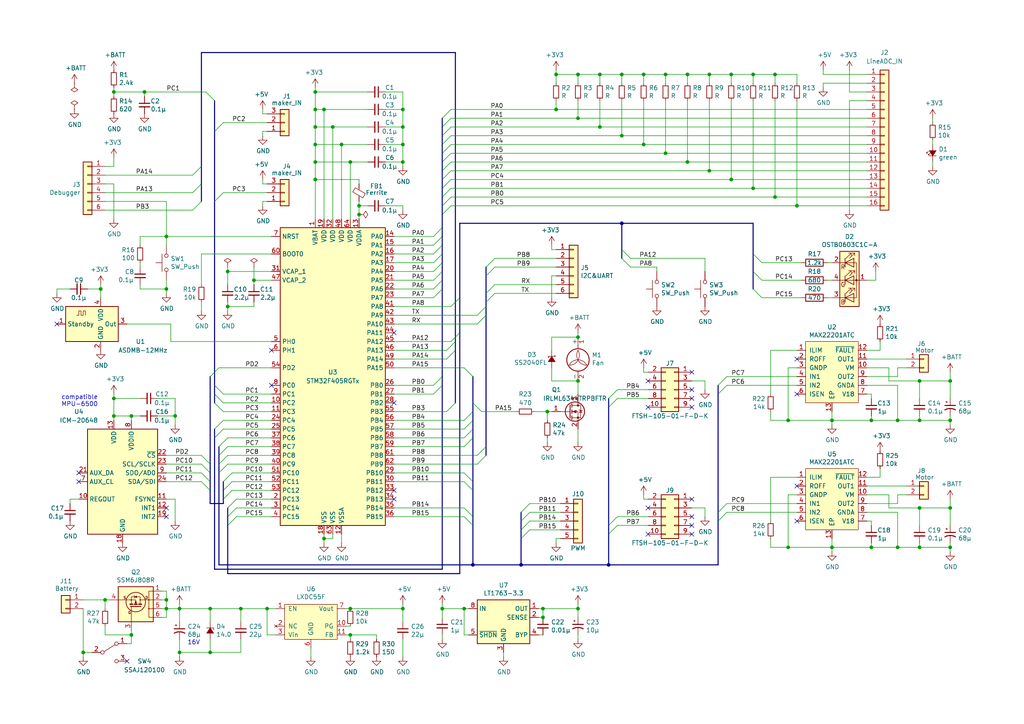
<source format=kicad_sch>
(kicad_sch (version 20211123) (generator eeschema)
  (paper "A4")
  (title_block (date "2022-12-03") (rev "1.0.0") (company "reRo Iguchi"))
  (lib_symbols
    (symbol "Connector_Generic:Conn_01x02" (pin_names (offset 1.016) hide)
      (property "Reference" "J" (at 0 2.54 0))
      (property "Value" "Conn_01x02" (at 0 -5.08 0))
      (symbol "Conn_01x02_1_1"
        (pin passive line (at -5.08 0 0) (length 3.81) (name "Pin_1") (number "1"))
        (pin passive line (at -5.08 -2.54 0) (length 3.81) (name "Pin_2") (number "2"))
      )
    )
    (symbol "Connector_Generic:Conn_01x03" (pin_names (offset 1.016) hide)
      (property "Reference" "J" (at 0 5.08 0))
      (property "Value" "Conn_01x03" (at 0 -5.08 0))
      (symbol "Conn_01x03_1_1"
        (pin passive line (at -5.08 2.54 0) (length 3.81) (name "Pin_1") (number "1"))
        (pin passive line (at -5.08 0 0) (length 3.81) (name "Pin_2") (number "2"))
        (pin passive line (at -5.08 -2.54 0) (length 3.81) (name "Pin_3") (number "3"))
      )
    )
    (symbol "Connector_Generic:Conn_01x05" (pin_names (offset 1.016) hide)
      (property "Reference" "J" (at 0 7.62 0))
      (property "Value" "Conn_01x05" (at 0 -7.62 0))
      (symbol "Conn_01x05_1_1"
        (pin passive line (at -5.08 5.08 0) (length 3.81) (name "Pin_1") (number "1"))
        (pin passive line (at -5.08 2.54 0) (length 3.81) (name "Pin_2") (number "2"))
        (pin passive line (at -5.08 0 0) (length 3.81) (name "Pin_3") (number "3"))
        (pin passive line (at -5.08 -2.54 0) (length 3.81) (name "Pin_4") (number "4"))
        (pin passive line (at -5.08 -5.08 0) (length 3.81) (name "Pin_5") (number "5"))
      )
    )
    (symbol "Connector_Generic:Conn_01x06" (pin_names (offset 1.016) hide)
      (property "Reference" "J" (at 0 7.62 0))
      (property "Value" "Conn_01x06" (at 0 -10.16 0))
      (symbol "Conn_01x06_1_1"
        (pin passive line (at -5.08 5.08 0) (length 3.81) (name "Pin_1") (number "1"))
        (pin passive line (at -5.08 2.54 0) (length 3.81) (name "Pin_2") (number "2"))
        (pin passive line (at -5.08 0 0) (length 3.81) (name "Pin_3") (number "3"))
        (pin passive line (at -5.08 -2.54 0) (length 3.81) (name "Pin_4") (number "4"))
        (pin passive line (at -5.08 -5.08 0) (length 3.81) (name "Pin_5") (number "5"))
        (pin passive line (at -5.08 -7.62 0) (length 3.81) (name "Pin_6") (number "6"))
      )
    )
    (symbol "Connector_Generic:Conn_01x16" (pin_names (offset 1.016) hide)
      (property "Reference" "J" (at 0 20.32 0))
      (property "Value" "Conn_01x16" (at 0 -22.86 0))
      (symbol "Conn_01x16_1_1"
        (pin passive line (at -5.08 17.78 0) (length 3.81) (name "Pin_1") (number "1"))
        (pin passive line (at -5.08 -5.08 0) (length 3.81) (name "Pin_10") (number "10"))
        (pin passive line (at -5.08 -7.62 0) (length 3.81) (name "Pin_11") (number "11"))
        (pin passive line (at -5.08 -10.16 0) (length 3.81) (name "Pin_12") (number "12"))
        (pin passive line (at -5.08 -12.7 0) (length 3.81) (name "Pin_13") (number "13"))
        (pin passive line (at -5.08 -15.24 0) (length 3.81) (name "Pin_14") (number "14"))
        (pin passive line (at -5.08 -17.78 0) (length 3.81) (name "Pin_15") (number "15"))
        (pin passive line (at -5.08 -20.32 0) (length 3.81) (name "Pin_16") (number "16"))
        (pin passive line (at -5.08 15.24 0) (length 3.81) (name "Pin_2") (number "2"))
        (pin passive line (at -5.08 12.7 0) (length 3.81) (name "Pin_3") (number "3"))
        (pin passive line (at -5.08 10.16 0) (length 3.81) (name "Pin_4") (number "4"))
        (pin passive line (at -5.08 7.62 0) (length 3.81) (name "Pin_5") (number "5"))
        (pin passive line (at -5.08 5.08 0) (length 3.81) (name "Pin_6") (number "6"))
        (pin passive line (at -5.08 2.54 0) (length 3.81) (name "Pin_7") (number "7"))
        (pin passive line (at -5.08 0 0) (length 3.81) (name "Pin_8") (number "8"))
        (pin passive line (at -5.08 -2.54 0) (length 3.81) (name "Pin_9") (number "9"))
      )
    )
    (symbol "Connector_Generic:Conn_02x05_Odd_Even" (pin_names (offset 1.016) hide)
      (property "Reference" "J" (at 1.27 7.62 0))
      (property "Value" "Conn_02x05_Odd_Even" (at 1.27 -7.62 0))
      (symbol "Conn_02x05_Odd_Even_1_1"
        (pin passive line (at -5.08 5.08 0) (length 3.81) (name "Pin_1") (number "1"))
        (pin passive line (at 7.62 -5.08 180) (length 3.81) (name "Pin_10") (number "10"))
        (pin passive line (at 7.62 5.08 180) (length 3.81) (name "Pin_2") (number "2"))
        (pin passive line (at -5.08 2.54 0) (length 3.81) (name "Pin_3") (number "3"))
        (pin passive line (at 7.62 2.54 180) (length 3.81) (name "Pin_4") (number "4"))
        (pin passive line (at -5.08 0 0) (length 3.81) (name "Pin_5") (number "5"))
        (pin passive line (at 7.62 0 180) (length 3.81) (name "Pin_6") (number "6"))
        (pin passive line (at -5.08 -2.54 0) (length 3.81) (name "Pin_7") (number "7"))
        (pin passive line (at 7.62 -2.54 180) (length 3.81) (name "Pin_8") (number "8"))
        (pin passive line (at -5.08 -5.08 0) (length 3.81) (name "Pin_9") (number "9"))
      )
    )
    (symbol "Device:C_Small" (pin_numbers hide) (pin_names (offset 0.254) hide)
      (property "Reference" "C" (at 0.254 1.778 0))
      (property "Value" "C_Small" (at 0.254 -2.032 0))
      (symbol "C_Small_1_1"
        (pin passive line (at 0 2.54 270) (length 2.032) (name "~") (number "1"))
        (pin passive line (at 0 -2.54 90) (length 2.032) (name "~") (number "2"))
      )
    )
    (symbol "Device:R" (pin_numbers hide) (pin_names (offset 0))
      (property "Reference" "R" (at 2.032 0 90))
      (property "Value" "R" (at 0 0 90))
      (symbol "R_1_1"
        (pin passive line (at 0 3.81 270) (length 1.27) (name "~") (number "1"))
        (pin passive line (at 0 -3.81 90) (length 1.27) (name "~") (number "2"))
      )
    )
    (symbol "Device:R_Small" (pin_numbers hide) (pin_names (offset 0.254) hide)
      (property "Reference" "R" (at 0.762 0.508 0))
      (property "Value" "R_Small" (at 0.762 -1.016 0))
      (symbol "R_Small_1_1"
        (pin passive line (at 0 2.54 270) (length 0.762) (name "~") (number "1"))
        (pin passive line (at 0 -2.54 90) (length 0.762) (name "~") (number "2"))
      )
    )
    (symbol "MCU_ST_STM32F4:STM32F405RGTx"
      (property "Reference" "U" (at -15.24 44.45 0))
      (property "Value" "STM32F405RGTx" (at 10.16 44.45 0))
      (symbol "STM32F405RGTx_1_1"
        (pin power_in line (at -5.08 45.72 270) (length 2.54) (name "VBAT") (number "1"))
        (pin bidirectional line (at -17.78 -7.62 0) (length 2.54) (name "PC2") (number "10"))
        (pin bidirectional line (at -17.78 -10.16 0) (length 2.54) (name "PC3") (number "11"))
        (pin power_in line (at 2.54 -45.72 90) (length 2.54) (name "VSSA") (number "12"))
        (pin power_in line (at 7.62 45.72 270) (length 2.54) (name "VDDA") (number "13"))
        (pin bidirectional line (at 17.78 40.64 180) (length 2.54) (name "PA0") (number "14"))
        (pin bidirectional line (at 17.78 38.1 180) (length 2.54) (name "PA1") (number "15"))
        (pin bidirectional line (at 17.78 35.56 180) (length 2.54) (name "PA2") (number "16"))
        (pin bidirectional line (at 17.78 33.02 180) (length 2.54) (name "PA3") (number "17"))
        (pin power_in line (at -2.54 -45.72 90) (length 2.54) (name "VSS") (number "18"))
        (pin power_in line (at -2.54 45.72 270) (length 2.54) (name "VDD") (number "19"))
        (pin bidirectional line (at -17.78 -35.56 0) (length 2.54) (name "PC13") (number "2"))
        (pin bidirectional line (at 17.78 30.48 180) (length 2.54) (name "PA4") (number "20"))
        (pin bidirectional line (at 17.78 27.94 180) (length 2.54) (name "PA5") (number "21"))
        (pin bidirectional line (at 17.78 25.4 180) (length 2.54) (name "PA6") (number "22"))
        (pin bidirectional line (at 17.78 22.86 180) (length 2.54) (name "PA7") (number "23"))
        (pin bidirectional line (at -17.78 -12.7 0) (length 2.54) (name "PC4") (number "24"))
        (pin bidirectional line (at -17.78 -15.24 0) (length 2.54) (name "PC5") (number "25"))
        (pin bidirectional line (at 17.78 -2.54 180) (length 2.54) (name "PB0") (number "26"))
        (pin bidirectional line (at 17.78 -5.08 180) (length 2.54) (name "PB1") (number "27"))
        (pin bidirectional line (at 17.78 -7.62 180) (length 2.54) (name "PB2") (number "28"))
        (pin bidirectional line (at 17.78 -27.94 180) (length 2.54) (name "PB10") (number "29"))
        (pin bidirectional line (at -17.78 -38.1 0) (length 2.54) (name "PC14") (number "3"))
        (pin bidirectional line (at 17.78 -30.48 180) (length 2.54) (name "PB11") (number "30"))
        (pin power_in line (at -17.78 30.48 0) (length 2.54) (name "VCAP_1") (number "31"))
        (pin power_in line (at 0 45.72 270) (length 2.54) (name "VDD") (number "32"))
        (pin bidirectional line (at 17.78 -33.02 180) (length 2.54) (name "PB12") (number "33"))
        (pin bidirectional line (at 17.78 -35.56 180) (length 2.54) (name "PB13") (number "34"))
        (pin bidirectional line (at 17.78 -38.1 180) (length 2.54) (name "PB14") (number "35"))
        (pin bidirectional line (at 17.78 -40.64 180) (length 2.54) (name "PB15") (number "36"))
        (pin bidirectional line (at -17.78 -17.78 0) (length 2.54) (name "PC6") (number "37"))
        (pin bidirectional line (at -17.78 -20.32 0) (length 2.54) (name "PC7") (number "38"))
        (pin bidirectional line (at -17.78 -22.86 0) (length 2.54) (name "PC8") (number "39"))
        (pin bidirectional line (at -17.78 -40.64 0) (length 2.54) (name "PC15") (number "4"))
        (pin bidirectional line (at -17.78 -25.4 0) (length 2.54) (name "PC9") (number "40"))
        (pin bidirectional line (at 17.78 20.32 180) (length 2.54) (name "PA8") (number "41"))
        (pin bidirectional line (at 17.78 17.78 180) (length 2.54) (name "PA9") (number "42"))
        (pin bidirectional line (at 17.78 15.24 180) (length 2.54) (name "PA10") (number "43"))
        (pin bidirectional line (at 17.78 12.7 180) (length 2.54) (name "PA11") (number "44"))
        (pin bidirectional line (at 17.78 10.16 180) (length 2.54) (name "PA12") (number "45"))
        (pin bidirectional line (at 17.78 7.62 180) (length 2.54) (name "PA13") (number "46"))
        (pin power_in line (at -17.78 27.94 0) (length 2.54) (name "VCAP_2") (number "47"))
        (pin power_in line (at 2.54 45.72 270) (length 2.54) (name "VDD") (number "48"))
        (pin bidirectional line (at 17.78 5.08 180) (length 2.54) (name "PA14") (number "49"))
        (pin input line (at -17.78 10.16 0) (length 2.54) (name "PH0") (number "5"))
        (pin bidirectional line (at 17.78 2.54 180) (length 2.54) (name "PA15") (number "50"))
        (pin bidirectional line (at -17.78 -27.94 0) (length 2.54) (name "PC10") (number "51"))
        (pin bidirectional line (at -17.78 -30.48 0) (length 2.54) (name "PC11") (number "52"))
        (pin bidirectional line (at -17.78 -33.02 0) (length 2.54) (name "PC12") (number "53"))
        (pin bidirectional line (at -17.78 2.54 0) (length 2.54) (name "PD2") (number "54"))
        (pin bidirectional line (at 17.78 -10.16 180) (length 2.54) (name "PB3") (number "55"))
        (pin bidirectional line (at 17.78 -12.7 180) (length 2.54) (name "PB4") (number "56"))
        (pin bidirectional line (at 17.78 -15.24 180) (length 2.54) (name "PB5") (number "57"))
        (pin bidirectional line (at 17.78 -17.78 180) (length 2.54) (name "PB6") (number "58"))
        (pin bidirectional line (at 17.78 -20.32 180) (length 2.54) (name "PB7") (number "59"))
        (pin input line (at -17.78 7.62 0) (length 2.54) (name "PH1") (number "6"))
        (pin input line (at -17.78 35.56 0) (length 2.54) (name "BOOT0") (number "60"))
        (pin bidirectional line (at 17.78 -22.86 180) (length 2.54) (name "PB8") (number "61"))
        (pin bidirectional line (at 17.78 -25.4 180) (length 2.54) (name "PB9") (number "62"))
        (pin power_in line (at 0 -45.72 90) (length 2.54) (name "VSS") (number "63"))
        (pin power_in line (at 5.08 45.72 270) (length 2.54) (name "VDD") (number "64"))
        (pin input line (at -17.78 40.64 0) (length 2.54) (name "NRST") (number "7"))
        (pin bidirectional line (at -17.78 -2.54 0) (length 2.54) (name "PC0") (number "8"))
        (pin bidirectional line (at -17.78 -5.08 0) (length 2.54) (name "PC1") (number "9"))
      )
    )
    (symbol "Motor:Fan" (pin_names (offset 0))
      (property "Reference" "M" (at 2.54 5.08 0))
      (property "Value" "Fan" (at 2.54 -2.54 0))
      (symbol "Fan_1_1"
        (pin passive line (at 0 7.62 270) (length 2.54) (name "+") (number "1"))
        (pin passive line (at 0 -5.08 90) (length 2.54) (name "-") (number "2"))
      )
    )
    (symbol "Oscillator:ASDMB-xxxMHz"
      (property "Reference" "U" (at -6.35 6.35 0))
      (property "Value" "ASDMB-xxxMHz" (at 11.43 6.35 0))
      (symbol "ASDMB-xxxMHz_1_1"
        (pin input line (at -10.16 0 0) (length 2.54) (name "Standby") (number "1"))
        (pin power_in line (at 2.54 -7.62 90) (length 2.54) (name "GND") (number "2"))
        (pin output line (at 10.16 0 180) (length 2.54) (name "Out") (number "3"))
        (pin power_in line (at 2.54 7.62 270) (length 2.54) (name "VDD") (number "4"))
      )
    )
    (symbol "Switch:SW_Push" (pin_numbers hide) (pin_names (offset 1.016) hide)
      (property "Reference" "SW" (at 1.27 2.54 0))
      (property "Value" "SW_Push" (at 0 -1.524 0))
      (symbol "SW_Push_0_1"
        (pin passive line (at -5.08 0 0) (length 2.54) (name "1") (number "1"))
        (pin passive line (at 5.08 0 180) (length 2.54) (name "2") (number "2"))
      )
    )
    (symbol "Switch:SW_SPDT" (pin_names (offset 0) hide)
      (property "Reference" "SW" (at 0 4.318 0))
      (property "Value" "SW_SPDT" (at 0 -5.08 0))
      (symbol "SW_SPDT_1_1"
        (pin passive line (at 5.08 2.54 180) (length 2.54) (name "A") (number "1"))
        (pin passive line (at -5.08 0 0) (length 2.54) (name "B") (number "2"))
        (pin passive line (at 5.08 -2.54 180) (length 2.54) (name "C") (number "3"))
      )
    )
    (symbol "Transistor_FET:2N7002K" (pin_names hide)
      (property "Reference" "Q" (at 5.08 1.905 0))
      (property "Value" "2N7002K" (at 5.08 0 0))
      (symbol "2N7002K_1_1"
        (pin input line (at -5.08 0 0) (length 2.54) (name "G") (number "1"))
        (pin passive line (at 2.54 -5.08 90) (length 2.54) (name "S") (number "2"))
        (pin passive line (at 2.54 5.08 270) (length 2.54) (name "D") (number "3"))
      )
    )
    (symbol "power:+5V" (power) (pin_names (offset 0))
      (property "Value" "+5V" (at 0 3.556 0))
      (symbol "+5V_1_1"
        (pin power_in line (at 0 0 90) (length 0) hide (name "+5V") (number "1"))
      )
    )
    (symbol "power:+BATT" (power) (pin_names (offset 0))
      (property "Value" "+BATT" (at 0 3.556 0))
      (symbol "+BATT_1_1"
        (pin power_in line (at 0 0 90) (length 0) hide (name "+BATT") (number "1"))
      )
    )
    (symbol "power:GND" (power) (pin_names (offset 0))
      (property "Value" "GND" (at 0 -3.81 0))
      (symbol "GND_1_1"
        (pin power_in line (at 0 0 270) (length 0) hide (name "GND") (number "1"))
      )
    )
    (symbol "power:PWR_FLAG" (power) (pin_numbers hide) (pin_names (offset 0) hide)
      (property "Value" "PWR_FLAG" (at 0 3.81 0))
      (symbol "PWR_FLAG_0_0"
        (pin power_out line (at 0 0 90) (length 0) (name "pwr") (number "1"))
      )
    )
    (symbol "robotraceV5-rescue:+3.3V-power" (power) (pin_names (offset 0))
      (property "Value" "+3.3V-power" (at 0 3.556 0))
      (symbol "+3.3V-power_1_1"
        (pin power_in line (at 0 0 90) (length 0) hide (name "+3V3") (number "1"))
      )
    )
    (symbol "robotraceV5-rescue:CP1_Small-Device" (pin_numbers hide) (pin_names (offset 0.254) hide)
      (property "Reference" "C" (at 0.254 1.778 0))
      (property "Value" "CP1_Small-Device" (at 0.254 -2.032 0))
      (symbol "CP1_Small-Device_1_1"
        (pin passive line (at 0 2.54 270) (length 2.032) (name "~") (number "1"))
        (pin passive line (at 0 -2.54 90) (length 2.032) (name "~") (number "2"))
      )
    )
    (symbol "robotraceV5-rescue:D_Schottky_Small_ALT-Device" (pin_numbers hide) (pin_names (offset 0.254) hide)
      (property "Reference" "D" (at -1.27 2.032 0))
      (property "Value" "D_Schottky_Small_ALT-Device" (at -7.112 -2.032 0))
      (symbol "D_Schottky_Small_ALT-Device_1_1"
        (pin passive line (at -2.54 0 0) (length 1.778) (name "K") (number "1"))
        (pin passive line (at 2.54 0 180) (length 1.778) (name "A") (number "2"))
      )
    )
    (symbol "robotraceV5-rescue:D_Zener_Small_ALT-Device" (pin_numbers hide) (pin_names (offset 0.254) hide)
      (property "Reference" "D" (at 0 2.286 0))
      (property "Value" "D_Zener_Small_ALT-Device" (at 0 -2.286 0))
      (symbol "D_Zener_Small_ALT-Device_1_1"
        (pin passive line (at -2.54 0 0) (length 1.778) (name "K") (number "1"))
        (pin passive line (at 2.54 0 180) (length 1.778) (name "A") (number "2"))
      )
    )
    (symbol "robotraceV5-rescue:Ferrite_Bead_Small-Device" (pin_numbers hide) (pin_names (offset 0))
      (property "Reference" "FB" (at 1.905 1.27 0))
      (property "Value" "Ferrite_Bead_Small-Device" (at 1.905 -1.27 0))
      (symbol "Ferrite_Bead_Small-Device_1_1"
        (pin passive line (at 0 2.54 270) (length 1.27) (name "~") (number "1"))
        (pin passive line (at 0 -2.54 90) (length 1.27) (name "~") (number "2"))
      )
    )
    (symbol "robotraceV5-rescue:ICM-20648-robotrace"
      (property "Reference" "U" (at -11.43 16.51 0))
      (property "Value" "ICM-20648-robotrace" (at 7.62 -16.51 0))
      (symbol "ICM-20648-robotrace_1_1"
        (pin no_connect line (at -10.16 12.7 0) (length 2.54) hide (name "NC") (number "1"))
        (pin passive line (at 12.7 -5.08 180) (length 2.54) (name "REGOUT") (number "10"))
        (pin input line (at -12.7 -5.08 0) (length 2.54) (name "FSYNC") (number "11"))
        (pin output line (at -12.7 -7.62 0) (length 2.54) (name "INT1") (number "12"))
        (pin power_in line (at 2.54 17.78 270) (length 2.54) (name "VDD") (number "13"))
        (pin no_connect line (at 10.16 7.62 180) (length 2.54) hide (name "NC") (number "14"))
        (pin no_connect line (at 10.16 5.08 180) (length 2.54) hide (name "NC") (number "15"))
        (pin no_connect line (at 10.16 -7.62 180) (length 2.54) hide (name "NC") (number "16"))
        (pin no_connect line (at 10.16 -10.16 180) (length 2.54) hide (name "NC") (number "17"))
        (pin power_in line (at 0 -17.78 90) (length 2.54) (name "GND") (number "18"))
        (pin output line (at -12.7 -10.16 0) (length 2.54) (name "INT2") (number "19"))
        (pin no_connect line (at -10.16 10.16 0) (length 2.54) hide (name "NC") (number "2"))
        (pin passive line (at 0 -17.78 90) (length 2.54) hide (name "GND") (number "20"))
        (pin bidirectional line (at 12.7 2.54 180) (length 2.54) (name "AUX_DA") (number "21"))
        (pin input line (at -12.7 7.62 0) (length 2.54) (name "~{CS}") (number "22"))
        (pin input line (at -12.7 5.08 0) (length 2.54) (name "SCL/SCLK") (number "23"))
        (pin bidirectional line (at -12.7 0 0) (length 2.54) (name "SDA/SDI") (number "24"))
        (pin no_connect line (at -10.16 -2.54 0) (length 2.54) hide (name "NC") (number "3"))
        (pin no_connect line (at -10.16 -12.7 0) (length 2.54) hide (name "NC") (number "4"))
        (pin no_connect line (at 10.16 12.7 180) (length 2.54) hide (name "NC") (number "5"))
        (pin no_connect line (at 10.16 10.16 180) (length 2.54) hide (name "NC") (number "6"))
        (pin output line (at 12.7 0 180) (length 2.54) (name "AUX_CL") (number "7"))
        (pin power_in line (at -2.54 17.78 270) (length 2.54) (name "VDDIO") (number "8"))
        (pin bidirectional line (at -12.7 2.54 0) (length 2.54) (name "SDO/AD0") (number "9"))
      )
    )
    (symbol "robotraceV5-rescue:LED_ARGB-robotrace" (pin_names (offset 0) hide)
      (property "Reference" "D" (at 0 9.398 0))
      (property "Value" "LED_ARGB-robotrace" (at 0 -8.89 0))
      (symbol "LED_ARGB-robotrace_0_0"
        (text "B" (at -1.905 -6.35 0) (effects (font (size 1.27 1.27))))
        (text "G" (at -1.905 -1.27 0) (effects (font (size 1.27 1.27))))
        (text "R" (at -1.905 3.81 0) (effects (font (size 1.27 1.27))))
      )
      (symbol "LED_ARGB-robotrace_1_1"
        (pin passive line (at 5.08 0 180) (length 2.54) (name "A") (number "1"))
        (pin passive line (at -5.08 5.08 0) (length 2.54) (name "RK") (number "2"))
        (pin passive line (at -5.08 -5.08 0) (length 2.54) (name "BK") (number "3"))
        (pin passive line (at -5.08 0 0) (length 2.54) (name "GK") (number "4"))
      )
    )
    (symbol "robotraceV5-rescue:LED_Small_ALT-Device" (pin_numbers hide) (pin_names (offset 0.254) hide)
      (property "Reference" "D" (at -1.27 3.175 0))
      (property "Value" "LED_Small_ALT-Device" (at -4.445 -2.54 0))
      (symbol "LED_Small_ALT-Device_1_1"
        (pin passive line (at -2.54 0 0) (length 1.778) (name "K") (number "1"))
        (pin passive line (at 2.54 0 180) (length 1.778) (name "A") (number "2"))
      )
    )
    (symbol "robotraceV5-rescue:LT1763-3.3-robotrace"
      (property "Reference" "U" (at -7.62 8.89 0))
      (property "Value" "LT1763-3.3-robotrace" (at 1.27 -6.35 0))
      (symbol "LT1763-3.3-robotrace_1_1"
        (pin power_out line (at 10.16 5.08 180) (length 2.54) (name "OUT") (number "1"))
        (pin input line (at 10.16 2.54 180) (length 2.54) (name "SENSE") (number "2"))
        (pin power_in line (at 0 -7.62 90) (length 2.54) (name "GND") (number "3"))
        (pin passive line (at 10.16 -2.54 180) (length 2.54) (name "BYP") (number "4"))
        (pin input line (at -10.16 -2.54 0) (length 2.54) (name "~{SHDN}") (number "5"))
        (pin power_in line (at 0 -7.62 90) (length 2.54) hide (name "GND") (number "6"))
        (pin power_in line (at 0 -7.62 90) (length 2.54) hide (name "GND") (number "7"))
        (pin power_in line (at -10.16 5.08 0) (length 2.54) (name "IN") (number "8"))
      )
    )
    (symbol "robotraceV5-rescue:LXDC55F-mylib" (pin_names (offset 1.016))
      (property "Reference" "U" (at 0 9.525 0))
      (property "Value" "LXDC55F-mylib" (at 0 7.62 0))
      (symbol "LXDC55F-mylib_1_1"
        (pin input line (at -10.16 3.81 0) (length 2.54) (name "EN") (number "1"))
        (pin passive line (at 10.16 -1.27 180) (length 2.54) (name "PG") (number "10"))
        (pin passive line (at 10.16 -3.81 180) (length 2.54) (name "FB") (number "11"))
        (pin passive line (at 0 -7.62 90) (length 2.54) hide (name "GND") (number "12"))
        (pin passive line (at 0 -7.62 90) (length 2.54) hide (name "GND") (number "13"))
        (pin passive line (at 0 -7.62 90) (length 2.54) hide (name "GND") (number "14"))
        (pin no_connect line (at -10.16 -1.27 0) (length 2.54) (name "NC") (number "2"))
        (pin power_in line (at -10.16 -3.81 0) (length 2.54) (name "Vin") (number "3"))
        (pin passive line (at -10.16 -3.81 0) (length 2.54) hide (name "Vin") (number "4"))
        (pin passive line (at -10.16 -3.81 0) (length 2.54) hide (name "Vin") (number "5"))
        (pin power_in line (at 0 -7.62 90) (length 2.54) (name "GND") (number "6"))
        (pin power_out line (at 10.16 3.81 180) (length 2.54) (name "Vout") (number "7"))
        (pin passive line (at 10.16 3.81 180) (length 2.54) hide (name "Vout") (number "8"))
        (pin passive line (at 10.16 3.81 180) (length 2.54) hide (name "Vout") (number "9"))
      )
    )
    (symbol "robotraceV5-rescue:MAX22201ATC-robotrace" (pin_names (offset 1.016))
      (property "Reference" "U" (at 0 10.16 0))
      (property "Value" "MAX22201ATC-robotrace" (at 0 7.62 0))
      (symbol "MAX22201ATC-robotrace_1_1"
        (pin input line (at -10.16 3.81 0) (length 2.54) (name "ILIM") (number "1"))
        (pin input line (at 10.16 -1.27 180) (length 2.54) (name "VM") (number "10"))
        (pin input line (at 10.16 1.27 180) (length 2.54) (name "OUT1") (number "11"))
        (pin input line (at 10.16 3.81 180) (length 2.54) (name "~{FAULT}") (number "12"))
        (pin input line (at 0 -13.97 90) (length 2.54) (name "EP") (number "13"))
        (pin input line (at -10.16 1.27 0) (length 2.54) (name "ROFF") (number "2"))
        (pin input line (at -10.16 -1.27 0) (length 2.54) (name "GNDP") (number "3"))
        (pin input line (at -10.16 -3.81 0) (length 2.54) (name "IN1") (number "4"))
        (pin input line (at -10.16 -6.35 0) (length 2.54) (name "IN2") (number "5"))
        (pin input line (at -10.16 -8.89 0) (length 2.54) (name "ISEN") (number "6"))
        (pin input line (at 10.16 -8.89 180) (length 2.54) (name "V18") (number "7"))
        (pin input line (at 10.16 -6.35 180) (length 2.54) (name "GNDA") (number "8"))
        (pin input line (at 10.16 -3.81 180) (length 2.54) (name "OUT2") (number "9"))
      )
    )
    (symbol "robotraceV5-rescue:SSM6J808R-robotrace" (pin_names (offset 0) hide)
      (property "Reference" "Q" (at -4.445 8.255 0))
      (property "Value" "SSM6J808R-robotrace" (at -5.588 6.35 0))
      (symbol "SSM6J808R-robotrace_0_0"
        (text "D" (at 3.175 1.905 0) (effects (font (size 0.762 0.762))))
        (text "G" (at -1.778 -2.413 0) (effects (font (size 0.762 0.762))))
        (text "S" (at -3.175 1.905 0) (effects (font (size 0.762 0.762))))
      )
      (symbol "SSM6J808R-robotrace_1_1"
        (pin passive line (at 7.62 3.81 180) (length 2.54) (name "D") (number "1"))
        (pin passive line (at 7.62 1.27 180) (length 2.54) (name "D") (number "2"))
        (pin passive line (at -1.27 -7.62 90) (length 2.54) (name "G") (number "3"))
        (pin passive line (at -7.62 1.27 0) (length 2.54) (name "S") (number "4"))
        (pin passive line (at 7.62 -1.27 180) (length 2.54) (name "D") (number "5"))
        (pin passive line (at 7.62 -3.81 180) (length 2.54) (name "D") (number "6"))
      )
    )
  )
  (junction (at 167.64 176.53))
  (junction (at 260.35 121.92))
  (junction (at 104.14 59.69))
  (junction (at 38.1 120.65))
  (junction (at 167.64 34.29))
  (junction (at 224.79 21.59))
  (junction (at 116.84 41.91))
  (junction (at 205.74 21.59))
  (junction (at 161.29 31.75))
  (junction (at 180.34 21.59))
  (junction (at 52.07 176.53))
  (junction (at 33.02 115.57))
  (junction (at 77.47 176.53))
  (junction (at 180.34 64.77))
  (junction (at 33.02 26.67))
  (junction (at 33.02 120.65))
  (junction (at 275.59 121.92))
  (junction (at 167.64 21.59))
  (junction (at 50.8 120.65))
  (junction (at 96.52 36.83))
  (junction (at 48.26 176.53))
  (junction (at 116.84 46.99))
  (junction (at 218.44 21.59))
  (junction (at 266.7 121.92))
  (junction (at 186.69 21.59))
  (junction (at 275.59 158.75))
  (junction (at 91.44 26.67))
  (junction (at 91.44 36.83))
  (junction (at 157.48 176.53))
  (junction (at 241.3 121.92))
  (junction (at 48.26 173.99))
  (junction (at 176.53 163.83))
  (junction (at 241.3 158.75))
  (junction (at 101.6 184.15))
  (junction (at 73.66 81.28))
  (junction (at 116.84 31.75))
  (junction (at 266.7 147.32))
  (junction (at 161.29 21.59))
  (junction (at 205.74 49.53))
  (junction (at 128.27 176.53))
  (junction (at 212.09 52.07))
  (junction (at 48.26 68.58))
  (junction (at 218.44 54.61))
  (junction (at 69.85 176.53))
  (junction (at 266.7 110.49))
  (junction (at 99.06 41.91))
  (junction (at 30.48 173.99))
  (junction (at 212.09 21.59))
  (junction (at 151.13 163.83))
  (junction (at 66.04 88.9))
  (junction (at 186.69 41.91))
  (junction (at 275.59 147.32))
  (junction (at 231.14 59.69))
  (junction (at 252.73 158.75))
  (junction (at 101.6 176.53))
  (junction (at 167.64 110.49))
  (junction (at 29.21 83.82))
  (junction (at 167.64 97.79))
  (junction (at 116.84 36.83))
  (junction (at 224.79 57.15))
  (junction (at 116.84 176.53))
  (junction (at 104.14 62.23))
  (junction (at 93.98 31.75))
  (junction (at 199.39 46.99))
  (junction (at 275.59 110.49))
  (junction (at 173.99 21.59))
  (junction (at 260.35 158.75))
  (junction (at 157.48 179.07))
  (junction (at 134.62 176.53))
  (junction (at 38.1 184.15))
  (junction (at 266.7 158.75))
  (junction (at 93.98 156.21))
  (junction (at 60.96 176.53))
  (junction (at 228.6 121.92))
  (junction (at 52.07 189.23))
  (junction (at 48.26 83.82))
  (junction (at 137.16 163.83))
  (junction (at 252.73 121.92))
  (junction (at 193.04 44.45))
  (junction (at 101.6 46.99))
  (junction (at 66.04 78.74))
  (junction (at 91.44 46.99))
  (junction (at 158.75 119.38))
  (junction (at 193.04 21.59))
  (junction (at 60.96 189.23))
  (junction (at 41.91 26.67))
  (junction (at 91.44 41.91))
  (junction (at 228.6 158.75))
  (junction (at 180.34 39.37))
  (junction (at 173.99 36.83))
  (junction (at 91.44 52.07))
  (junction (at 199.39 21.59))
  (junction (at 24.13 189.23))
  (junction (at 91.44 31.75))
  (no_connect (at 114.3 142.24))
  (no_connect (at 200.66 149.86))
  (no_connect (at 22.86 137.16))
  (no_connect (at 16.51 93.98))
  (no_connect (at 22.86 139.7))
  (no_connect (at 114.3 144.78))
  (no_connect (at 231.14 104.14))
  (no_connect (at 187.96 118.11))
  (no_connect (at 200.66 152.4))
  (no_connect (at 200.66 118.11))
  (no_connect (at 231.14 114.3))
  (no_connect (at 200.66 107.95))
  (no_connect (at 48.26 149.86))
  (no_connect (at 187.96 110.49))
  (no_connect (at 200.66 144.78))
  (no_connect (at 231.14 140.97))
  (no_connect (at 200.66 113.03))
  (no_connect (at 78.74 101.6))
  (no_connect (at 114.3 116.84))
  (no_connect (at 114.3 96.52))
  (no_connect (at 200.66 115.57))
  (no_connect (at 187.96 154.94))
  (no_connect (at 231.14 151.13))
  (no_connect (at 187.96 147.32))
  (no_connect (at 48.26 147.32))
  (no_connect (at 78.74 111.76))
  (no_connect (at 36.83 191.77))
  (no_connect (at 200.66 154.94))
  (bus_entry (at 130.81 99.06) (size 2.54 -2.54))
  (bus_entry (at 67.31 139.7) (size -2.54 2.54))
  (bus_entry (at 208.28 148.59) (size 2.54 -2.54))
  (bus_entry (at 138.43 93.98) (size 2.54 -2.54))
  (bus_entry (at 176.53 152.4) (size 2.54 -2.54))
  (bus_entry (at 130.81 41.91) (size -2.54 2.54))
  (bus_entry (at 128.27 111.76) (size -2.54 2.54))
  (bus_entry (at 64.77 114.3) (size -2.54 -2.54))
  (bus_entry (at 64.77 124.46) (size -2.54 2.54))
  (bus_entry (at 208.28 114.3) (size 2.54 -2.54))
  (bus_entry (at 128.27 109.22) (size -2.54 2.54))
  (bus_entry (at 55.88 50.8) (size 2.54 -2.54))
  (bus_entry (at 128.27 76.2) (size -2.54 2.54))
  (bus_entry (at 220.98 86.36) (size -2.54 -2.54))
  (bus_entry (at 138.43 91.44) (size 2.54 -2.54))
  (bus_entry (at 58.42 137.16) (size 2.54 2.54))
  (bus_entry (at 128.27 71.12) (size -2.54 2.54))
  (bus_entry (at 143.51 82.55) (size -2.54 2.54))
  (bus_entry (at 128.27 73.66) (size -2.54 2.54))
  (bus_entry (at 182.88 77.47) (size -2.54 -2.54))
  (bus_entry (at 130.81 54.61) (size -2.54 2.54))
  (bus_entry (at 220.98 81.28) (size -2.54 -2.54))
  (bus_entry (at 64.77 119.38) (size -2.54 -2.54))
  (bus_entry (at 68.58 147.32) (size -2.54 2.54))
  (bus_entry (at 134.62 139.7) (size 2.54 2.54))
  (bus_entry (at 132.08 99.06) (size -2.54 2.54))
  (bus_entry (at 134.62 137.16) (size 2.54 2.54))
  (bus_entry (at 208.28 151.13) (size 2.54 -2.54))
  (bus_entry (at 176.53 154.94) (size 2.54 -2.54))
  (bus_entry (at 220.98 76.2) (size -2.54 -2.54))
  (bus_entry (at 130.81 57.15) (size -2.54 2.54))
  (bus_entry (at 66.04 134.62) (size -2.54 2.54))
  (bus_entry (at 58.42 139.7) (size 2.54 2.54))
  (bus_entry (at 143.51 85.09) (size -2.54 2.54))
  (bus_entry (at 66.04 129.54) (size -2.54 2.54))
  (bus_entry (at 134.62 106.68) (size 2.54 2.54))
  (bus_entry (at 176.53 115.57) (size 2.54 -2.54))
  (bus_entry (at 67.31 142.24) (size -2.54 2.54))
  (bus_entry (at 153.67 151.13) (size -2.54 2.54))
  (bus_entry (at 128.27 81.28) (size -2.54 2.54))
  (bus_entry (at 64.77 121.92) (size -2.54 2.54))
  (bus_entry (at 64.77 116.84) (size -2.54 -2.54))
  (bus_entry (at 130.81 52.07) (size -2.54 2.54))
  (bus_entry (at 128.27 83.82) (size -2.54 2.54))
  (bus_entry (at 137.16 116.84) (size 2.54 2.54))
  (bus_entry (at 130.81 34.29) (size -2.54 2.54))
  (bus_entry (at 176.53 118.11) (size 2.54 -2.54))
  (bus_entry (at 128.27 68.58) (size -2.54 2.54))
  (bus_entry (at 62.23 38.1) (size 2.54 -2.54))
  (bus_entry (at 62.23 58.42) (size 2.54 -2.54))
  (bus_entry (at 138.43 132.08) (size 2.54 -2.54))
  (bus_entry (at 66.04 132.08) (size -2.54 2.54))
  (bus_entry (at 134.62 149.86) (size 2.54 2.54))
  (bus_entry (at 130.81 59.69) (size -2.54 2.54))
  (bus_entry (at 130.81 49.53) (size -2.54 2.54))
  (bus_entry (at 58.42 132.08) (size 2.54 2.54))
  (bus_entry (at 153.67 153.67) (size -2.54 2.54))
  (bus_entry (at 68.58 149.86) (size -2.54 2.54))
  (bus_entry (at 153.67 148.59) (size -2.54 2.54))
  (bus_entry (at 130.81 31.75) (size -2.54 2.54))
  (bus_entry (at 60.96 109.22) (size 2.54 -2.54))
  (bus_entry (at 130.81 88.9) (size 2.54 -2.54))
  (bus_entry (at 68.58 144.78) (size -2.54 2.54))
  (bus_entry (at 182.88 74.93) (size -2.54 -2.54))
  (bus_entry (at 140.97 80.01) (size 2.54 -2.54))
  (bus_entry (at 208.28 111.76) (size 2.54 -2.54))
  (bus_entry (at 55.88 55.88) (size 2.54 -2.54))
  (bus_entry (at 134.62 121.92) (size 2.54 -2.54))
  (bus_entry (at 130.81 36.83) (size -2.54 2.54))
  (bus_entry (at 134.62 124.46) (size 2.54 -2.54))
  (bus_entry (at 55.88 60.96) (size 2.54 -2.54))
  (bus_entry (at 132.08 101.6) (size -2.54 2.54))
  (bus_entry (at 67.31 137.16) (size -2.54 2.54))
  (bus_entry (at 153.67 146.05) (size -2.54 2.54))
  (bus_entry (at 130.81 46.99) (size -2.54 2.54))
  (bus_entry (at 128.27 78.74) (size -2.54 2.54))
  (bus_entry (at 130.81 44.45) (size -2.54 2.54))
  (bus_entry (at 140.97 77.47) (size 2.54 -2.54))
  (bus_entry (at 58.42 134.62) (size 2.54 2.54))
  (bus_entry (at 128.27 66.04) (size -2.54 2.54))
  (bus_entry (at 134.62 127) (size 2.54 -2.54))
  (bus_entry (at 130.81 39.37) (size -2.54 2.54))
  (bus_entry (at 66.04 127) (size -2.54 2.54))
  (bus_entry (at 138.43 134.62) (size 2.54 -2.54))
  (bus_entry (at 59.69 26.67) (size 2.54 2.54))
  (bus_entry (at 134.62 147.32) (size 2.54 2.54))
  (bus_entry (at 137.16 127) (size -2.54 2.54))
  (bus_entry (at 129.54 119.38) (size 2.54 -2.54))
  (bus (pts (xy 128.27 59.69) (xy 128.27 62.23)))
  (bus (pts (xy 62.23 165.1) (xy 128.27 165.1)))
  (wire (pts (xy 218.44 29.21) (xy 218.44 54.61)))
  (bus (pts (xy 58.42 53.34) (xy 58.42 58.42)))
  (bus (pts (xy 128.27 76.2) (xy 128.27 78.74)))
  (wire (pts (xy 24.13 173.99) (xy 30.48 173.99)))
  (wire (pts (xy 60.96 176.53) (xy 60.96 180.34)))
  (wire (pts (xy 33.02 53.34) (xy 33.02 63.5)))
  (wire (pts (xy 160.02 72.39) (xy 161.29 72.39)))
  (bus (pts (xy 128.27 39.37) (xy 128.27 41.91)))
  (wire (pts (xy 77.47 55.88) (xy 64.77 55.88)))
  (wire (pts (xy 223.52 101.6) (xy 231.14 101.6)))
  (wire (pts (xy 114.3 83.82) (xy 125.73 83.82)))
  (wire (pts (xy 50.8 120.65) (xy 50.8 123.19)))
  (bus (pts (xy 140.97 80.01) (xy 140.97 85.09)))
  (wire (pts (xy 241.3 158.75) (xy 252.73 158.75)))
  (wire (pts (xy 50.8 120.65) (xy 50.8 115.57)))
  (wire (pts (xy 48.26 81.28) (xy 48.26 83.82)))
  (wire (pts (xy 240.03 86.36) (xy 241.3 86.36)))
  (wire (pts (xy 30.48 58.42) (xy 48.26 58.42)))
  (wire (pts (xy 160.02 71.12) (xy 160.02 72.39)))
  (wire (pts (xy 135.89 184.15) (xy 134.62 184.15)))
  (wire (pts (xy 241.3 121.92) (xy 241.3 123.19)))
  (wire (pts (xy 180.34 21.59) (xy 186.69 21.59)))
  (wire (pts (xy 157.48 176.53) (xy 167.64 176.53)))
  (wire (pts (xy 167.64 21.59) (xy 173.99 21.59)))
  (wire (pts (xy 161.29 29.21) (xy 161.29 31.75)))
  (wire (pts (xy 78.74 78.74) (xy 66.04 78.74)))
  (wire (pts (xy 179.07 115.57) (xy 187.96 115.57)))
  (wire (pts (xy 40.64 68.58) (xy 48.26 68.58)))
  (wire (pts (xy 130.81 31.75) (xy 161.29 31.75)))
  (wire (pts (xy 48.26 176.53) (xy 52.07 176.53)))
  (wire (pts (xy 66.04 129.54) (xy 78.74 129.54)))
  (bus (pts (xy 62.23 124.46) (xy 62.23 127)))
  (wire (pts (xy 30.48 48.26) (xy 33.02 48.26)))
  (wire (pts (xy 129.54 101.6) (xy 114.3 101.6)))
  (wire (pts (xy 78.74 68.58) (xy 48.26 68.58)))
  (wire (pts (xy 36.83 186.69) (xy 38.1 186.69)))
  (wire (pts (xy 275.59 157.48) (xy 275.59 158.75)))
  (wire (pts (xy 260.35 158.75) (xy 266.7 158.75)))
  (wire (pts (xy 78.74 81.28) (xy 73.66 81.28)))
  (bus (pts (xy 180.34 72.39) (xy 180.34 74.93)))
  (wire (pts (xy 91.44 25.4) (xy 91.44 26.67)))
  (bus (pts (xy 60.96 109.22) (xy 60.96 134.62)))
  (wire (pts (xy 154.94 119.38) (xy 158.75 119.38)))
  (wire (pts (xy 146.05 189.23) (xy 146.05 190.5)))
  (wire (pts (xy 116.84 48.26) (xy 116.84 46.99)))
  (wire (pts (xy 246.38 29.21) (xy 251.46 29.21)))
  (wire (pts (xy 104.14 59.69) (xy 104.14 62.23)))
  (wire (pts (xy 186.69 143.51) (xy 186.69 144.78)))
  (wire (pts (xy 167.64 96.52) (xy 167.64 97.79)))
  (bus (pts (xy 218.44 64.77) (xy 218.44 73.66)))
  (wire (pts (xy 91.44 52.07) (xy 91.44 63.5)))
  (wire (pts (xy 48.26 176.53) (xy 48.26 173.99)))
  (wire (pts (xy 158.75 128.27) (xy 158.75 127)))
  (wire (pts (xy 204.47 147.32) (xy 200.66 147.32)))
  (wire (pts (xy 116.84 26.67) (xy 111.76 26.67)))
  (wire (pts (xy 224.79 57.15) (xy 251.46 57.15)))
  (wire (pts (xy 238.76 24.13) (xy 251.46 24.13)))
  (wire (pts (xy 186.69 41.91) (xy 186.69 29.21)))
  (wire (pts (xy 161.29 24.13) (xy 161.29 21.59)))
  (wire (pts (xy 173.99 21.59) (xy 180.34 21.59)))
  (bus (pts (xy 208.28 111.76) (xy 208.28 114.3)))
  (bus (pts (xy 62.23 111.76) (xy 62.23 114.3)))
  (wire (pts (xy 260.35 143.51) (xy 262.89 143.51)))
  (wire (pts (xy 60.96 185.42) (xy 60.96 189.23)))
  (wire (pts (xy 223.52 121.92) (xy 228.6 121.92)))
  (wire (pts (xy 125.73 86.36) (xy 114.3 86.36)))
  (wire (pts (xy 66.04 78.74) (xy 66.04 82.55)))
  (wire (pts (xy 238.76 20.32) (xy 238.76 21.59)))
  (wire (pts (xy 251.46 146.05) (xy 260.35 146.05)))
  (wire (pts (xy 93.98 156.21) (xy 96.52 156.21)))
  (wire (pts (xy 241.3 81.28) (xy 240.03 81.28)))
  (wire (pts (xy 228.6 143.51) (xy 228.6 158.75)))
  (wire (pts (xy 125.73 71.12) (xy 114.3 71.12)))
  (wire (pts (xy 134.62 137.16) (xy 114.3 137.16)))
  (wire (pts (xy 48.26 179.07) (xy 48.26 176.53)))
  (wire (pts (xy 266.7 120.65) (xy 266.7 121.92)))
  (bus (pts (xy 64.77 144.78) (xy 64.77 146.05)))
  (wire (pts (xy 167.64 29.21) (xy 167.64 34.29)))
  (wire (pts (xy 101.6 184.15) (xy 100.33 184.15)))
  (wire (pts (xy 38.1 120.65) (xy 40.64 120.65)))
  (wire (pts (xy 210.82 148.59) (xy 231.14 148.59)))
  (wire (pts (xy 160.02 86.36) (xy 160.02 80.01)))
  (wire (pts (xy 33.02 26.67) (xy 41.91 26.67)))
  (bus (pts (xy 128.27 46.99) (xy 128.27 49.53)))
  (bus (pts (xy 140.97 77.47) (xy 140.97 80.01)))
  (wire (pts (xy 241.3 158.75) (xy 241.3 160.02)))
  (wire (pts (xy 266.7 152.4) (xy 266.7 147.32)))
  (wire (pts (xy 130.81 41.91) (xy 186.69 41.91)))
  (wire (pts (xy 143.51 74.93) (xy 161.29 74.93)))
  (wire (pts (xy 67.31 142.24) (xy 78.74 142.24)))
  (wire (pts (xy 252.73 114.3) (xy 252.73 115.57)))
  (wire (pts (xy 260.35 106.68) (xy 262.89 106.68)))
  (wire (pts (xy 241.3 119.38) (xy 241.3 121.92)))
  (wire (pts (xy 266.7 121.92) (xy 275.59 121.92)))
  (wire (pts (xy 101.6 46.99) (xy 106.68 46.99)))
  (bus (pts (xy 218.44 78.74) (xy 218.44 83.82)))
  (wire (pts (xy 52.07 190.5) (xy 52.07 189.23)))
  (wire (pts (xy 30.48 53.34) (xy 33.02 53.34)))
  (bus (pts (xy 137.16 127) (xy 137.16 139.7)))
  (bus (pts (xy 60.96 137.16) (xy 60.96 139.7)))
  (wire (pts (xy 30.48 176.53) (xy 30.48 173.99)))
  (bus (pts (xy 62.23 127) (xy 62.23 165.1)))
  (wire (pts (xy 114.3 73.66) (xy 125.73 73.66)))
  (wire (pts (xy 91.44 41.91) (xy 99.06 41.91)))
  (bus (pts (xy 64.77 146.05) (xy 60.96 146.05)))
  (bus (pts (xy 128.27 41.91) (xy 128.27 44.45)))
  (wire (pts (xy 238.76 25.4) (xy 238.76 24.13)))
  (wire (pts (xy 186.69 41.91) (xy 251.46 41.91)))
  (bus (pts (xy 137.16 163.83) (xy 151.13 163.83)))
  (wire (pts (xy 134.62 176.53) (xy 128.27 176.53)))
  (wire (pts (xy 67.31 139.7) (xy 78.74 139.7)))
  (wire (pts (xy 266.7 158.75) (xy 275.59 158.75)))
  (wire (pts (xy 48.26 83.82) (xy 40.64 83.82)))
  (wire (pts (xy 125.73 76.2) (xy 114.3 76.2)))
  (wire (pts (xy 257.81 106.68) (xy 257.81 110.49)))
  (bus (pts (xy 62.23 29.21) (xy 62.23 38.1)))
  (wire (pts (xy 78.74 119.38) (xy 64.77 119.38)))
  (wire (pts (xy 231.14 59.69) (xy 251.46 59.69)))
  (wire (pts (xy 275.59 107.95) (xy 275.59 110.49)))
  (wire (pts (xy 260.35 158.75) (xy 260.35 148.59)))
  (wire (pts (xy 91.44 31.75) (xy 93.98 31.75)))
  (wire (pts (xy 104.14 62.23) (xy 104.14 63.5)))
  (wire (pts (xy 128.27 179.07) (xy 128.27 176.53)))
  (wire (pts (xy 167.64 110.49) (xy 167.64 114.3)))
  (wire (pts (xy 20.32 144.78) (xy 22.86 144.78)))
  (wire (pts (xy 114.3 91.44) (xy 138.43 91.44)))
  (wire (pts (xy 91.44 36.83) (xy 96.52 36.83)))
  (wire (pts (xy 67.31 137.16) (xy 78.74 137.16)))
  (wire (pts (xy 41.91 27.94) (xy 41.91 26.67)))
  (bus (pts (xy 128.27 62.23) (xy 128.27 66.04)))
  (wire (pts (xy 130.81 52.07) (xy 212.09 52.07)))
  (bus (pts (xy 151.13 163.83) (xy 176.53 163.83)))
  (wire (pts (xy 68.58 149.86) (xy 78.74 149.86)))
  (wire (pts (xy 129.54 119.38) (xy 114.3 119.38)))
  (wire (pts (xy 45.72 120.65) (xy 50.8 120.65)))
  (wire (pts (xy 153.67 148.59) (xy 162.56 148.59)))
  (bus (pts (xy 140.97 87.63) (xy 140.97 88.9)))
  (wire (pts (xy 257.81 143.51) (xy 257.81 147.32)))
  (bus (pts (xy 151.13 156.21) (xy 151.13 163.83)))
  (wire (pts (xy 257.81 147.32) (xy 266.7 147.32)))
  (wire (pts (xy 64.77 35.56) (xy 77.47 35.56)))
  (bus (pts (xy 137.16 152.4) (xy 137.16 163.83)))
  (wire (pts (xy 130.81 59.69) (xy 231.14 59.69)))
  (bus (pts (xy 151.13 153.67) (xy 151.13 156.21)))
  (wire (pts (xy 266.7 115.57) (xy 266.7 110.49)))
  (wire (pts (xy 66.04 127) (xy 78.74 127)))
  (wire (pts (xy 77.47 184.15) (xy 77.47 176.53)))
  (wire (pts (xy 58.42 73.66) (xy 78.74 73.66)))
  (bus (pts (xy 64.77 142.24) (xy 64.77 144.78)))
  (wire (pts (xy 116.84 185.42) (xy 116.84 190.5)))
  (bus (pts (xy 128.27 57.15) (xy 128.27 59.69)))
  (wire (pts (xy 158.75 121.92) (xy 158.75 119.38)))
  (wire (pts (xy 93.98 154.94) (xy 93.98 156.21)))
  (wire (pts (xy 255.27 99.06) (xy 255.27 101.6)))
  (wire (pts (xy 33.02 114.3) (xy 33.02 115.57)))
  (wire (pts (xy 30.48 50.8) (xy 55.88 50.8)))
  (wire (pts (xy 106.68 26.67) (xy 91.44 26.67)))
  (wire (pts (xy 149.86 119.38) (xy 139.7 119.38)))
  (wire (pts (xy 116.84 46.99) (xy 111.76 46.99)))
  (bus (pts (xy 176.53 118.11) (xy 176.53 152.4)))
  (wire (pts (xy 114.3 132.08) (xy 138.43 132.08)))
  (bus (pts (xy 180.34 64.77) (xy 218.44 64.77)))
  (wire (pts (xy 48.26 83.82) (xy 48.26 85.09)))
  (bus (pts (xy 176.53 115.57) (xy 176.53 118.11)))
  (wire (pts (xy 130.81 39.37) (xy 180.34 39.37)))
  (wire (pts (xy 252.73 120.65) (xy 252.73 121.92)))
  (wire (pts (xy 260.35 146.05) (xy 260.35 143.51)))
  (wire (pts (xy 143.51 85.09) (xy 161.29 85.09)))
  (wire (pts (xy 251.46 81.28) (xy 254 81.28)))
  (wire (pts (xy 179.07 152.4) (xy 187.96 152.4)))
  (wire (pts (xy 111.76 41.91) (xy 116.84 41.91)))
  (wire (pts (xy 186.69 21.59) (xy 193.04 21.59)))
  (wire (pts (xy 218.44 21.59) (xy 218.44 24.13)))
  (wire (pts (xy 116.84 59.69) (xy 111.76 59.69)))
  (wire (pts (xy 73.66 81.28) (xy 73.66 82.55)))
  (wire (pts (xy 114.3 78.74) (xy 125.73 78.74)))
  (wire (pts (xy 252.73 157.48) (xy 252.73 158.75)))
  (wire (pts (xy 153.67 153.67) (xy 162.56 153.67)))
  (wire (pts (xy 125.73 81.28) (xy 114.3 81.28)))
  (wire (pts (xy 134.62 106.68) (xy 114.3 106.68)))
  (wire (pts (xy 76.2 38.1) (xy 77.47 38.1)))
  (wire (pts (xy 173.99 36.83) (xy 251.46 36.83)))
  (wire (pts (xy 30.48 184.15) (xy 30.48 181.61)))
  (wire (pts (xy 68.58 144.78) (xy 78.74 144.78)))
  (wire (pts (xy 187.96 149.86) (xy 179.07 149.86)))
  (wire (pts (xy 220.98 86.36) (xy 232.41 86.36)))
  (wire (pts (xy 223.52 158.75) (xy 228.6 158.75)))
  (wire (pts (xy 252.73 121.92) (xy 260.35 121.92)))
  (bus (pts (xy 137.16 139.7) (xy 137.16 142.24)))
  (wire (pts (xy 231.14 143.51) (xy 228.6 143.51)))
  (wire (pts (xy 64.77 124.46) (xy 78.74 124.46)))
  (bus (pts (xy 128.27 73.66) (xy 128.27 76.2)))
  (wire (pts (xy 31.75 173.99) (xy 30.48 173.99)))
  (wire (pts (xy 114.3 93.98) (xy 138.43 93.98)))
  (wire (pts (xy 220.98 76.2) (xy 232.41 76.2)))
  (wire (pts (xy 114.3 139.7) (xy 134.62 139.7)))
  (bus (pts (xy 128.27 68.58) (xy 128.27 71.12)))
  (bus (pts (xy 62.23 58.42) (xy 62.23 111.76)))
  (bus (pts (xy 128.27 44.45) (xy 128.27 46.99)))
  (wire (pts (xy 80.01 184.15) (xy 77.47 184.15)))
  (wire (pts (xy 186.69 106.68) (xy 186.69 107.95)))
  (wire (pts (xy 260.35 121.92) (xy 260.35 111.76)))
  (wire (pts (xy 212.09 21.59) (xy 218.44 21.59)))
  (wire (pts (xy 182.88 77.47) (xy 190.5 77.47)))
  (bus (pts (xy 60.96 139.7) (xy 60.96 142.24)))
  (wire (pts (xy 275.59 160.02) (xy 275.59 158.75)))
  (wire (pts (xy 76.2 59.69) (xy 76.2 58.42)))
  (wire (pts (xy 52.07 185.42) (xy 52.07 189.23)))
  (wire (pts (xy 91.44 46.99) (xy 101.6 46.99)))
  (wire (pts (xy 158.75 119.38) (xy 160.02 119.38)))
  (wire (pts (xy 251.46 109.22) (xy 260.35 109.22)))
  (wire (pts (xy 270.51 40.64) (xy 270.51 41.91)))
  (bus (pts (xy 63.5 137.16) (xy 63.5 163.83)))
  (wire (pts (xy 199.39 46.99) (xy 199.39 29.21)))
  (wire (pts (xy 161.29 157.48) (xy 161.29 156.21)))
  (wire (pts (xy 212.09 24.13) (xy 212.09 21.59)))
  (wire (pts (xy 275.59 123.19) (xy 275.59 121.92)))
  (wire (pts (xy 76.2 58.42) (xy 77.47 58.42)))
  (bus (pts (xy 128.27 111.76) (xy 128.27 165.1)))
  (wire (pts (xy 50.8 144.78) (xy 50.8 151.13)))
  (wire (pts (xy 260.35 121.92) (xy 266.7 121.92)))
  (wire (pts (xy 204.47 149.86) (xy 204.47 147.32)))
  (wire (pts (xy 73.66 77.47) (xy 73.66 81.28)))
  (wire (pts (xy 114.3 127) (xy 134.62 127)))
  (wire (pts (xy 77.47 176.53) (xy 80.01 176.53)))
  (wire (pts (xy 66.04 88.9) (xy 73.66 88.9)))
  (wire (pts (xy 16.51 83.82) (xy 16.51 85.09)))
  (bus (pts (xy 128.27 36.83) (xy 128.27 39.37)))
  (wire (pts (xy 114.3 149.86) (xy 134.62 149.86)))
  (bus (pts (xy 218.44 73.66) (xy 218.44 78.74)))
  (wire (pts (xy 187.96 107.95) (xy 186.69 107.95)))
  (wire (pts (xy 143.51 82.55) (xy 161.29 82.55)))
  (wire (pts (xy 161.29 21.59) (xy 167.64 21.59)))
  (wire (pts (xy 40.64 82.55) (xy 40.64 83.82)))
  (wire (pts (xy 130.81 46.99) (xy 199.39 46.99)))
  (wire (pts (xy 48.26 137.16) (xy 58.42 137.16)))
  (wire (pts (xy 218.44 21.59) (xy 224.79 21.59)))
  (wire (pts (xy 52.07 176.53) (xy 60.96 176.53)))
  (wire (pts (xy 114.3 104.14) (xy 129.54 104.14)))
  (wire (pts (xy 160.02 80.01) (xy 161.29 80.01)))
  (wire (pts (xy 205.74 21.59) (xy 212.09 21.59)))
  (wire (pts (xy 29.21 83.82) (xy 25.4 83.82)))
  (bus (pts (xy 128.27 83.82) (xy 128.27 109.22)))
  (wire (pts (xy 38.1 120.65) (xy 33.02 120.65)))
  (wire (pts (xy 199.39 24.13) (xy 199.39 21.59)))
  (wire (pts (xy 101.6 176.53) (xy 116.84 176.53)))
  (wire (pts (xy 73.66 87.63) (xy 73.66 88.9)))
  (wire (pts (xy 48.26 132.08) (xy 58.42 132.08)))
  (wire (pts (xy 116.84 31.75) (xy 116.84 26.67)))
  (wire (pts (xy 33.02 26.67) (xy 33.02 27.94)))
  (wire (pts (xy 76.2 52.07) (xy 76.2 53.34)))
  (wire (pts (xy 109.22 184.15) (xy 101.6 184.15)))
  (wire (pts (xy 116.84 175.26) (xy 116.84 176.53)))
  (bus (pts (xy 66.04 152.4) (xy 66.04 166.37)))
  (wire (pts (xy 48.26 139.7) (xy 58.42 139.7)))
  (wire (pts (xy 130.81 54.61) (xy 218.44 54.61)))
  (wire (pts (xy 255.27 135.89) (xy 255.27 138.43)))
  (wire (pts (xy 199.39 21.59) (xy 205.74 21.59)))
  (bus (pts (xy 63.5 134.62) (xy 63.5 137.16)))
  (wire (pts (xy 77.47 53.34) (xy 76.2 53.34)))
  (wire (pts (xy 100.33 181.61) (xy 101.6 181.61)))
  (wire (pts (xy 45.72 115.57) (xy 50.8 115.57)))
  (bus (pts (xy 128.27 49.53) (xy 128.27 52.07)))
  (wire (pts (xy 93.98 31.75) (xy 106.68 31.75)))
  (wire (pts (xy 205.74 21.59) (xy 205.74 24.13)))
  (wire (pts (xy 66.04 134.62) (xy 78.74 134.62)))
  (wire (pts (xy 252.73 158.75) (xy 260.35 158.75)))
  (wire (pts (xy 114.3 88.9) (xy 130.81 88.9)))
  (wire (pts (xy 58.42 82.55) (xy 58.42 73.66)))
  (wire (pts (xy 33.02 115.57) (xy 40.64 115.57)))
  (wire (pts (xy 114.3 129.54) (xy 134.62 129.54)))
  (wire (pts (xy 193.04 29.21) (xy 193.04 44.45)))
  (wire (pts (xy 251.46 151.13) (xy 252.73 151.13)))
  (wire (pts (xy 66.04 88.9) (xy 66.04 90.17)))
  (wire (pts (xy 38.1 182.88) (xy 38.1 184.15)))
  (wire (pts (xy 199.39 46.99) (xy 251.46 46.99)))
  (wire (pts (xy 153.67 146.05) (xy 162.56 146.05)))
  (wire (pts (xy 68.58 147.32) (xy 78.74 147.32)))
  (bus (pts (xy 128.27 52.07) (xy 128.27 54.61)))
  (wire (pts (xy 218.44 54.61) (xy 251.46 54.61)))
  (wire (pts (xy 77.47 176.53) (xy 69.85 176.53)))
  (wire (pts (xy 114.3 121.92) (xy 134.62 121.92)))
  (wire (pts (xy 228.6 121.92) (xy 241.3 121.92)))
  (bus (pts (xy 137.16 116.84) (xy 137.16 119.38)))
  (wire (pts (xy 251.46 106.68) (xy 257.81 106.68)))
  (wire (pts (xy 224.79 29.21) (xy 224.79 57.15)))
  (wire (pts (xy 36.83 93.98) (xy 49.53 93.98)))
  (wire (pts (xy 130.81 34.29) (xy 167.64 34.29)))
  (bus (pts (xy 128.27 34.29) (xy 128.27 36.83)))
  (wire (pts (xy 162.56 156.21) (xy 161.29 156.21)))
  (wire (pts (xy 29.21 83.82) (xy 29.21 86.36)))
  (wire (pts (xy 246.38 26.67) (xy 251.46 26.67)))
  (bus (pts (xy 137.16 109.22) (xy 137.16 116.84)))
  (wire (pts (xy 116.84 36.83) (xy 116.84 31.75)))
  (wire (pts (xy 116.84 176.53) (xy 116.84 180.34)))
  (wire (pts (xy 134.62 124.46) (xy 114.3 124.46)))
  (wire (pts (xy 153.67 151.13) (xy 162.56 151.13)))
  (wire (pts (xy 231.14 21.59) (xy 231.14 24.13)))
  (wire (pts (xy 104.14 52.07) (xy 91.44 52.07)))
  (wire (pts (xy 30.48 55.88) (xy 55.88 55.88)))
  (wire (pts (xy 135.89 176.53) (xy 134.62 176.53)))
  (bus (pts (xy 133.35 96.52) (xy 133.35 166.37)))
  (wire (pts (xy 161.29 31.75) (xy 251.46 31.75)))
  (wire (pts (xy 220.98 81.28) (xy 232.41 81.28)))
  (bus (pts (xy 62.23 38.1) (xy 62.23 58.42)))
  (wire (pts (xy 128.27 185.42) (xy 128.27 184.15)))
  (wire (pts (xy 246.38 26.67) (xy 246.38 20.32)))
  (wire (pts (xy 251.46 114.3) (xy 252.73 114.3)))
  (wire (pts (xy 99.06 41.91) (xy 106.68 41.91)))
  (wire (pts (xy 46.99 173.99) (xy 48.26 173.99)))
  (wire (pts (xy 161.29 20.32) (xy 161.29 21.59)))
  (wire (pts (xy 128.27 175.26) (xy 128.27 176.53)))
  (wire (pts (xy 40.64 76.2) (xy 40.64 77.47)))
  (wire (pts (xy 33.02 120.65) (xy 33.02 121.92)))
  (bus (pts (xy 128.27 71.12) (xy 128.27 73.66)))
  (wire (pts (xy 99.06 41.91) (xy 99.06 63.5)))
  (wire (pts (xy 46.99 171.45) (xy 48.26 171.45)))
  (wire (pts (xy 156.21 179.07) (xy 157.48 179.07)))
  (wire (pts (xy 205.74 49.53) (xy 251.46 49.53)))
  (wire (pts (xy 99.06 157.48) (xy 99.06 154.94)))
  (wire (pts (xy 52.07 175.26) (xy 52.07 176.53)))
  (bus (pts (xy 140.97 129.54) (xy 140.97 132.08)))
  (wire (pts (xy 111.76 31.75) (xy 116.84 31.75)))
  (wire (pts (xy 167.64 110.49) (xy 160.02 110.49)))
  (wire (pts (xy 49.53 99.06) (xy 78.74 99.06)))
  (wire (pts (xy 66.04 87.63) (xy 66.04 88.9)))
  (wire (pts (xy 91.44 41.91) (xy 91.44 46.99)))
  (wire (pts (xy 266.7 110.49) (xy 275.59 110.49)))
  (bus (pts (xy 63.5 163.83) (xy 137.16 163.83)))
  (wire (pts (xy 130.81 36.83) (xy 173.99 36.83)))
  (bus (pts (xy 66.04 149.86) (xy 66.04 152.4)))
  (wire (pts (xy 48.26 134.62) (xy 58.42 134.62)))
  (wire (pts (xy 223.52 138.43) (xy 231.14 138.43)))
  (wire (pts (xy 96.52 63.5) (xy 96.52 36.83)))
  (wire (pts (xy 69.85 180.34) (xy 69.85 176.53)))
  (wire (pts (xy 187.96 113.03) (xy 179.07 113.03)))
  (wire (pts (xy 66.04 77.47) (xy 66.04 78.74)))
  (bus (pts (xy 64.77 139.7) (xy 64.77 142.24)))
  (wire (pts (xy 204.47 113.03) (xy 204.47 110.49)))
  (wire (pts (xy 91.44 46.99) (xy 91.44 52.07)))
  (wire (pts (xy 30.48 184.15) (xy 38.1 184.15)))
  (bus (pts (xy 151.13 148.59) (xy 151.13 151.13)))
  (wire (pts (xy 251.46 104.14) (xy 262.89 104.14)))
  (bus (pts (xy 128.27 54.61) (xy 128.27 57.15)))
  (wire (pts (xy 24.13 189.23) (xy 24.13 190.5)))
  (wire (pts (xy 186.69 24.13) (xy 186.69 21.59)))
  (wire (pts (xy 20.32 83.82) (xy 16.51 83.82)))
  (wire (pts (xy 24.13 189.23) (xy 26.67 189.23)))
  (bus (pts (xy 66.04 147.32) (xy 66.04 149.86)))
  (wire (pts (xy 52.07 189.23) (xy 60.96 189.23)))
  (wire (pts (xy 46.99 179.07) (xy 48.26 179.07)))
  (wire (pts (xy 180.34 29.21) (xy 180.34 39.37)))
  (wire (pts (xy 116.84 41.91) (xy 116.84 36.83)))
  (wire (pts (xy 275.59 147.32) (xy 275.59 152.4)))
  (wire (pts (xy 33.02 115.57) (xy 33.02 120.65)))
  (wire (pts (xy 66.04 132.08) (xy 78.74 132.08)))
  (bus (pts (xy 180.34 64.77) (xy 180.34 72.39)))
  (bus (pts (xy 176.53 152.4) (xy 176.53 154.94)))
  (wire (pts (xy 182.88 74.93) (xy 204.47 74.93)))
  (wire (pts (xy 193.04 44.45) (xy 251.46 44.45)))
  (wire (pts (xy 251.46 111.76) (xy 260.35 111.76)))
  (wire (pts (xy 116.84 36.83) (xy 111.76 36.83)))
  (wire (pts (xy 254 81.28) (xy 254 78.74)))
  (wire (pts (xy 48.26 68.58) (xy 48.26 58.42)))
  (bus (pts (xy 128.27 81.28) (xy 128.27 83.82)))
  (wire (pts (xy 241.3 121.92) (xy 252.73 121.92)))
  (bus (pts (xy 132.08 99.06) (xy 132.08 101.6)))
  (wire (pts (xy 77.47 33.02) (xy 76.2 33.02)))
  (wire (pts (xy 204.47 110.49) (xy 200.66 110.49)))
  (wire (pts (xy 205.74 29.21) (xy 205.74 49.53)))
  (bus (pts (xy 58.42 48.26) (xy 58.42 53.34)))
  (bus (pts (xy 58.42 15.24) (xy 132.08 15.24)))
  (wire (pts (xy 104.14 53.34) (xy 104.14 52.07)))
  (wire (pts (xy 212.09 52.07) (xy 251.46 52.07)))
  (wire (pts (xy 48.26 144.78) (xy 50.8 144.78)))
  (wire (pts (xy 90.17 190.5) (xy 90.17 187.96)))
  (wire (pts (xy 167.64 97.79) (xy 160.02 97.79)))
  (wire (pts (xy 204.47 74.93) (xy 204.47 78.74)))
  (wire (pts (xy 63.5 106.68) (xy 78.74 106.68)))
  (wire (pts (xy 167.64 185.42) (xy 167.64 184.15)))
  (wire (pts (xy 266.7 147.32) (xy 275.59 147.32)))
  (bus (pts (xy 133.35 64.77) (xy 180.34 64.77)))
  (wire (pts (xy 96.52 36.83) (xy 106.68 36.83)))
  (wire (pts (xy 114.3 114.3) (xy 125.73 114.3)))
  (bus (pts (xy 140.97 85.09) (xy 140.97 87.63)))
  (wire (pts (xy 58.42 87.63) (xy 58.42 90.17)))
  (bus (pts (xy 176.53 163.83) (xy 208.28 163.83)))
  (wire (pts (xy 210.82 109.22) (xy 231.14 109.22)))
  (wire (pts (xy 101.6 176.53) (xy 100.33 176.53)))
  (wire (pts (xy 212.09 52.07) (xy 212.09 29.21)))
  (wire (pts (xy 93.98 157.48) (xy 93.98 156.21)))
  (wire (pts (xy 69.85 185.42) (xy 69.85 189.23)))
  (wire (pts (xy 187.96 144.78) (xy 186.69 144.78)))
  (wire (pts (xy 190.5 78.74) (xy 190.5 77.47)))
  (wire (pts (xy 101.6 63.5) (xy 101.6 46.99)))
  (wire (pts (xy 223.52 101.6) (xy 223.52 114.3)))
  (wire (pts (xy 101.6 185.42) (xy 101.6 184.15)))
  (wire (pts (xy 241.3 156.21) (xy 241.3 158.75)))
  (wire (pts (xy 275.59 120.65) (xy 275.59 121.92)))
  (wire (pts (xy 275.59 110.49) (xy 275.59 115.57)))
  (wire (pts (xy 33.02 45.72) (xy 33.02 48.26)))
  (wire (pts (xy 64.77 116.84) (xy 78.74 116.84)))
  (wire (pts (xy 33.02 25.4) (xy 33.02 26.67)))
  (wire (pts (xy 96.52 154.94) (xy 96.52 156.21)))
  (bus (pts (xy 176.53 154.94) (xy 176.53 163.83)))
  (wire (pts (xy 251.46 140.97) (xy 262.89 140.97)))
  (bus (pts (xy 60.96 134.62) (xy 60.96 137.16)))
  (bus (pts (xy 133.35 86.36) (xy 133.35 96.52)))
  (wire (pts (xy 49.53 93.98) (xy 49.53 99.06)))
  (bus (pts (xy 132.08 15.24) (xy 132.08 99.06)))
  (wire (pts (xy 48.26 176.53) (xy 46.99 176.53)))
  (wire (pts (xy 116.84 46.99) (xy 116.84 41.91)))
  (wire (pts (xy 260.35 109.22) (xy 260.35 106.68)))
  (wire (pts (xy 156.21 176.53) (xy 157.48 176.53)))
  (wire (pts (xy 134.62 184.15) (xy 134.62 176.53)))
  (wire (pts (xy 91.44 31.75) (xy 91.44 36.83)))
  (wire (pts (xy 167.64 179.07) (xy 167.64 176.53)))
  (wire (pts (xy 109.22 185.42) (xy 109.22 184.15)))
  (wire (pts (xy 251.46 138.43) (xy 255.27 138.43)))
  (wire (pts (xy 160.02 101.6) (xy 160.02 97.79)))
  (bus (pts (xy 140.97 91.44) (xy 140.97 129.54)))
  (wire (pts (xy 231.14 106.68) (xy 228.6 106.68)))
  (wire (pts (xy 114.3 99.06) (xy 130.81 99.06)))
  (wire (pts (xy 106.68 59.69) (xy 104.14 59.69)))
  (wire (pts (xy 228.6 158.75) (xy 241.3 158.75)))
  (bus (pts (xy 60.96 142.24) (xy 60.96 146.05)))
  (bus (pts (xy 63.5 129.54) (xy 63.5 132.08)))
  (wire (pts (xy 114.3 68.58) (xy 125.73 68.58)))
  (wire (pts (xy 224.79 21.59) (xy 231.14 21.59)))
  (wire (pts (xy 160.02 110.49) (xy 160.02 106.68)))
  (wire (pts (xy 24.13 176.53) (xy 24.13 189.23)))
  (bus (pts (xy 137.16 121.92) (xy 137.16 124.46)))
  (wire (pts (xy 157.48 179.07) (xy 157.48 176.53)))
  (bus (pts (xy 128.27 109.22) (xy 128.27 111.76)))
  (wire (pts (xy 167.64 175.26) (xy 167.64 176.53)))
  (wire (pts (xy 41.91 26.67) (xy 59.69 26.67)))
  (bus (pts (xy 128.27 66.04) (xy 128.27 68.58)))
  (bus (pts (xy 208.28 151.13) (xy 208.28 163.83)))
  (wire (pts (xy 114.3 134.62) (xy 138.43 134.62)))
  (wire (pts (xy 224.79 24.13) (xy 224.79 21.59)))
  (bus (pts (xy 137.16 149.86) (xy 137.16 152.4)))
  (wire (pts (xy 270.51 48.26) (xy 270.51 46.99)))
  (wire (pts (xy 125.73 111.76) (xy 114.3 111.76)))
  (wire (pts (xy 48.26 68.58) (xy 48.26 71.12)))
  (wire (pts (xy 275.59 144.78) (xy 275.59 147.32)))
  (wire (pts (xy 223.52 156.21) (xy 223.52 158.75)))
  (wire (pts (xy 78.74 114.3) (xy 64.77 114.3)))
  (wire (pts (xy 167.64 34.29) (xy 251.46 34.29)))
  (wire (pts (xy 257.81 110.49) (xy 266.7 110.49)))
  (wire (pts (xy 157.48 184.15) (xy 156.21 184.15)))
  (wire (pts (xy 60.96 189.23) (xy 69.85 189.23)))
  (wire (pts (xy 48.26 171.45) (xy 48.26 173.99)))
  (wire (pts (xy 223.52 119.38) (xy 223.52 121.92)))
  (wire (pts (xy 246.38 60.96) (xy 246.38 29.21)))
  (wire (pts (xy 60.96 176.53) (xy 69.85 176.53)))
  (wire (pts (xy 38.1 186.69) (xy 38.1 184.15)))
  (wire (pts (xy 231.14 29.21) (xy 231.14 59.69)))
  (wire (pts (xy 64.77 121.92) (xy 78.74 121.92)))
  (bus (pts (xy 132.08 101.6) (xy 132.08 116.84)))
  (wire (pts (xy 167.64 21.59) (xy 167.64 24.13)))
  (wire (pts (xy 130.81 44.45) (xy 193.04 44.45)))
  (wire (pts (xy 270.51 35.56) (xy 270.51 34.29)))
  (wire (pts (xy 223.52 138.43) (xy 223.52 151.13)))
  (bus (pts (xy 66.04 166.37) (xy 133.35 166.37)))
  (wire (pts (xy 210.82 111.76) (xy 231.14 111.76)))
  (wire (pts (xy 91.44 26.67) (xy 91.44 31.75)))
  (wire (pts (xy 251.46 143.51) (xy 257.81 143.51)))
  (bus (pts (xy 128.27 78.74) (xy 128.27 81.28)))
  (wire (pts (xy 130.81 49.53) (xy 205.74 49.53)))
  (bus (pts (xy 151.13 151.13) (xy 151.13 153.67)))
  (wire (pts (xy 20.32 146.05) (xy 20.32 144.78)))
  (wire (pts (xy 266.7 157.48) (xy 266.7 158.75)))
  (bus (pts (xy 208.28 148.59) (xy 208.28 151.13)))
  (wire (pts (xy 167.64 124.46) (xy 167.64 128.27)))
  (wire (pts (xy 52.07 176.53) (xy 52.07 180.34)))
  (wire (pts (xy 180.34 21.59) (xy 180.34 24.13)))
  (wire (pts (xy 251.46 148.59) (xy 260.35 148.59)))
  (bus (pts (xy 137.16 124.46) (xy 137.16 127)))
  (bus (pts (xy 208.28 114.3) (xy 208.28 148.59)))
  (wire (pts (xy 252.73 151.13) (xy 252.73 152.4)))
  (bus (pts (xy 137.16 142.24) (xy 137.16 149.86)))
  (bus (pts (xy 133.35 64.77) (xy 133.35 86.36)))
  (bus (pts (xy 63.5 132.08) (xy 63.5 134.62)))
  (wire (pts (xy 76.2 39.37) (xy 76.2 38.1)))
  (wire (pts (xy 91.44 36.83) (xy 91.44 41.91)))
  (wire (pts (xy 210.82 146.05) (xy 231.14 146.05)))
  (wire (pts (xy 193.04 21.59) (xy 193.04 24.13)))
  (wire (pts (xy 30.48 60.96) (xy 55.88 60.96)))
  (wire (pts (xy 173.99 24.13) (xy 173.99 21.59)))
  (bus (pts (xy 58.42 15.24) (xy 58.42 48.26)))
  (wire (pts (xy 93.98 63.5) (xy 93.98 31.75)))
  (wire (pts (xy 173.99 29.21) (xy 173.99 36.83)))
  (wire (pts (xy 104.14 58.42) (xy 104.14 59.69)))
  (wire (pts (xy 228.6 106.68) (xy 228.6 121.92)))
  (wire (pts (xy 76.2 31.75) (xy 76.2 33.02)))
  (wire (pts (xy 251.46 101.6) (xy 255.27 101.6)))
  (wire (pts (xy 29.21 82.55) (xy 29.21 83.82)))
  (bus (pts (xy 62.23 114.3) (xy 62.23 116.84)))
  (wire (pts (xy 40.64 68.58) (xy 40.64 71.12)))
  (wire (pts (xy 180.34 39.37) (xy 251.46 39.37)))
  (wire (pts (xy 134.62 147.32) (xy 114.3 147.32)))
  (wire (pts (xy 238.76 21.59) (xy 251.46 21.59)))
  (wire (pts (xy 240.03 76.2) (xy 241.3 76.2)))
  (wire (pts (xy 38.1 121.92) (xy 38.1 120.65)))
  (wire (pts (xy 130.81 57.15) (xy 224.79 57.15)))
  (bus (pts (xy 137.16 119.38) (xy 137.16 121.92)))
  (wire (pts (xy 116.84 60.96) (xy 116.84 59.69)))
  (wire (pts (xy 143.51 77.47) (xy 161.29 77.47)))
  (bus (pts (xy 140.97 88.9) (xy 140.97 91.44)))
  (wire (pts (xy 193.04 21.59) (xy 199.39 21.59)))
  (text "16V" (at 54.356 187.198 0) (effects (font (size 1.27 1.27)) (justify left bottom)))
  (text "compatible\nMPU-6500" (at 17.78 118.11 0) (effects (font (size 1.27 1.27)) (justify left bottom)))
  (label "PC14" (at 224.79 81.28 0))
  (label "TX" (at 119.38 91.44 0))
  (label "PA6" (at 142.24 46.99 0))
  (label "PB7" (at 119.38 129.54 0))
  (label "PC12" (at 50.8 139.7 0))
  (label "PB3" (at 39.37 60.96 0))
  (label "PB10" (at 119.38 137.16 0))
  (label "PC9" (at 71.12 134.62 0))
  (label "PB6" (at 119.38 127 0))
  (label "PB0" (at 142.24 57.15 0))
  (label "PA15" (at 119.38 106.68 0))
  (label "PC12" (at 71.12 142.24 0))
  (label "PA15" (at 143.51 119.38 0))
  (label "PC4" (at 71.12 121.92 0))
  (label "PB7" (at 181.61 152.4 0))
  (label "PA13" (at 39.37 55.88 0))
  (label "PB5" (at 119.38 124.46 0))
  (label "PB9" (at 119.38 134.62 0))
  (label "PA12" (at 119.38 99.06 0))
  (label "PC8" (at 212.09 148.59 0))
  (label "PA5" (at 142.24 44.45 0))
  (label "PB15" (at 119.38 149.86 0))
  (label "PB15" (at 156.21 153.67 0))
  (label "TX" (at 151.13 85.09 0))
  (label "PB9" (at 149.86 77.47 0))
  (label "PC3" (at 67.31 55.88 0))
  (label "PC2" (at 67.31 35.56 0))
  (label "PA8" (at 119.38 88.9 0))
  (label "PA7" (at 119.38 86.36 0))
  (label "PB4" (at 181.61 113.03 0))
  (label "PC6" (at 212.09 111.76 0))
  (label "PC10" (at 71.12 137.16 0))
  (label "PA6" (at 119.38 83.82 0))
  (label "PB6" (at 181.61 149.86 0))
  (label "PA2" (at 119.38 73.66 0))
  (label "PB8" (at 149.86 74.93 0))
  (label "PA1" (at 119.38 71.12 0))
  (label "PA5" (at 119.38 81.28 0))
  (label "PC5" (at 71.12 124.46 0))
  (label "PC10" (at 50.8 134.62 0))
  (label "PB11" (at 119.38 139.7 0))
  (label "PC7" (at 71.12 129.54 0))
  (label "PA14" (at 39.37 50.8 0))
  (label "PA12" (at 185.42 74.93 0))
  (label "PB11" (at 156.21 148.59 0))
  (label "PC15" (at 71.12 149.86 0))
  (label "PA0" (at 142.24 31.75 0))
  (label "PA8" (at 185.42 77.47 0))
  (label "PC2" (at 71.12 116.84 0))
  (label "PD2" (at 50.8 132.08 0))
  (label "PA0" (at 119.38 68.58 0))
  (label "PC11" (at 71.12 139.7 0))
  (label "PB1" (at 142.24 54.61 0))
  (label "PC3" (at 71.12 119.38 0))
  (label "PB5" (at 181.61 115.57 0))
  (label "PC15" (at 224.79 86.36 0))
  (label "PB10" (at 156.21 146.05 0))
  (label "PC1" (at 48.26 26.67 0))
  (label "PC9" (at 212.09 146.05 0))
  (label "PC7" (at 212.09 109.22 0))
  (label "PA14" (at 119.38 104.14 0))
  (label "PA13" (at 119.38 101.6 0))
  (label "PA3" (at 119.38 76.2 0))
  (label "PC13" (at 224.79 76.2 0))
  (label "PB14" (at 156.21 151.13 0))
  (label "PC4" (at 142.24 52.07 0))
  (label "PA7" (at 142.24 49.53 0))
  (label "PB14" (at 119.38 147.32 0))
  (label "PC11" (at 50.8 137.16 0))
  (label "PB1" (at 119.38 114.3 0))
  (label "PA4" (at 119.38 78.74 0))
  (label "PB8" (at 119.38 132.08 0))
  (label "PD2" (at 71.12 106.68 0))
  (label "PC5" (at 142.24 59.69 0))
  (label "PC6" (at 71.12 127 0))
  (label "PA4" (at 142.24 41.91 0))
  (label "PB0" (at 119.38 111.76 0))
  (label "PA2" (at 142.24 36.83 0))
  (label "PB4" (at 119.38 121.92 0))
  (label "PA1" (at 142.24 34.29 0))
  (label "PC14" (at 71.12 147.32 0))
  (label "RX" (at 119.38 93.98 0))
  (label "PB3" (at 119.38 119.38 0))
  (label "PC1" (at 71.12 114.3 0))
  (label "PC8" (at 71.12 132.08 0))
  (label "PA3" (at 142.24 39.37 0))
  (label "RX" (at 151.13 82.55 0))
  (label "PC13" (at 71.12 144.78 0))
  (symbol (lib_id "MCU_ST_STM32F4:STM32F405RGTx") (at 96.52 109.22 0) (unit 1)
    (property "Reference" "U3" (at 96.52 107.95 0))
    (property "Value" "STM32F405RGTx" (at 96.52 110.49 0))
    (property "Footprint" "Package_QFP:LQFP-64_10x10mm_P0.5mm" (effects hide))
    (property "Datasheet" "http://www.st.com/st-web-ui/static/active/en/resource/technical/document/datasheet/DM00037051.pdf" (effects hide))
  )
  (symbol (lib_id "Connector_Generic:Conn_01x16") (at 256.54 39.37 0) (unit 1)
    (property "Reference" "J2" (at 256.54 15.24 0))
    (property "Value" "LineADC_IN" (at 256.54 17.78 0))
    (property "Footprint" "mcr0:CN-FFC-SMT2(CN-FFC(0.5)16PD)" (effects hide))
  )
  (symbol (lib_id "robotraceV5-rescue:LED_ARGB-robotrace") (at 246.38 81.28 0) (unit 1)
    (property "Reference" "D2" (at 246.38 68.6562 0))
    (property "Value" "OSTB0603C1C-A" (at 246.38 70.9676 0))
    (property "Footprint" "mcr0:OSTB0603C1C-A" (effects hide))
  )
  (symbol (lib_id "Connector_Generic:Conn_02x05_Odd_Even") (at 195.58 149.86 0) (mirror y) (unit 1)
    (property "Reference" "J9" (at 194.31 142.24 0))
    (property "Value" "FTSH-105-01-F-D-K" (at 194.31 157.48 0))
    (property "Footprint" "Pin_Headers:Pin_Header_Straight_2x05_Pitch1.27mm" (effects hide))
  )
  (symbol (lib_id "Connector_Generic:Conn_01x06") (at 25.4 53.34 0) (mirror y) (unit 1)
    (property "Reference" "J3" (at 23.368 53.5432 0) (effects (justify left)))
    (property "Value" "Debugger" (at 23.368 55.8546 0) (effects (justify left)))
    (property "Footprint" "Connectors_JST:JST_SH_BM06B-SRSS-TB_06x1.00mm_Straight" (effects hide))
  )
  (symbol (lib_id "Oscillator:ASDMB-xxxMHz") (at 26.67 93.98 0) (unit 1)
    (property "Reference" "U1" (at 39.37 99.06 0) (effects (justify left)))
    (property "Value" "ASDMB-12MHz" (at 34.29 101.6 0) (effects (justify left)))
    (property "Footprint" "Oscillator:Oscillator_SMD_Abracon_ASDMB-4Pin_2.5x2.0mm" (effects hide))
    (property "Datasheet" "https://abracon.com/Oscillators/ASDMB.pdf" (effects hide))
  )
  (symbol (lib_id "Device:R_Small") (at 58.42 85.09 0) (mirror y) (unit 1)
    (property "Reference" "R19" (at 56.9214 83.9216 0) (effects (justify left)))
    (property "Value" "10k" (at 56.9214 86.233 0) (effects (justify left)))
    (property "Footprint" "Resistor_SMD:R_0402_1005Metric" (effects hide))
  )
  (symbol (lib_id "Switch:SW_Push") (at 48.26 76.2 90) (unit 1)
    (property "Reference" "SW1" (at 49.4792 75.0316 90) (effects (justify right)))
    (property "Value" "SW_Push" (at 49.4792 77.343 90) (effects (justify right)))
    (property "Footprint" "mylib:SKRPACE010" (effects hide))
  )
  (symbol (lib_id "Device:C_Small") (at 66.04 85.09 0) (unit 1)
    (property "Reference" "C10" (at 67.7672 83.9216 0) (effects (justify left)))
    (property "Value" "2.2μ" (at 67.818 86.2584 0) (effects (justify left)))
    (property "Footprint" "Capacitor_SMD:C_0603_1608Metric" (effects hide))
  )
  (symbol (lib_id "Device:R") (at 236.22 81.28 270) (unit 1)
    (property "Reference" "R18" (at 236.22 78.74 90))
    (property "Value" "680" (at 236.22 81.28 90))
    (property "Footprint" "Resistor_SMD:R_0402_1005Metric" (effects hide))
  )
  (symbol (lib_id "Device:R") (at 236.22 86.36 270) (unit 1)
    (property "Reference" "R20" (at 236.22 83.82 90))
    (property "Value" "470" (at 236.22 86.36 90))
    (property "Footprint" "Resistor_SMD:R_0402_1005Metric" (effects hide))
  )
  (symbol (lib_id "Device:R") (at 236.22 76.2 270) (unit 1)
    (property "Reference" "R17" (at 236.22 73.66 90))
    (property "Value" "1.2k" (at 236.22 76.2 90))
    (property "Footprint" "Resistor_SMD:R_0402_1005Metric" (effects hide))
  )
  (symbol (lib_id "Device:C_Small") (at 109.22 36.83 270) (unit 1)
    (property "Reference" "C4" (at 113.03 35.56 90))
    (property "Value" "0.1μ" (at 113.03 38.1 90))
    (property "Footprint" "Capacitor_SMD:C_0402_1005Metric" (effects hide))
  )
  (symbol (lib_id "Device:C_Small") (at 109.22 41.91 270) (unit 1)
    (property "Reference" "C5" (at 113.03 40.64 90))
    (property "Value" "0.1μ" (at 113.03 43.18 90))
    (property "Footprint" "Capacitor_SMD:C_0402_1005Metric" (effects hide))
  )
  (symbol (lib_id "Device:C_Small") (at 109.22 46.99 270) (unit 1)
    (property "Reference" "C6" (at 113.03 45.72 90))
    (property "Value" "0.1μ" (at 113.03 48.26 90))
    (property "Footprint" "Capacitor_SMD:C_0402_1005Metric" (effects hide))
  )
  (symbol (lib_id "Device:C_Small") (at 109.22 59.69 270) (unit 1)
    (property "Reference" "C7" (at 113.03 58.42 90))
    (property "Value" "0.1μ" (at 113.03 60.96 90))
    (property "Footprint" "Capacitor_SMD:C_0402_1005Metric" (effects hide))
  )
  (symbol (lib_id "Device:C_Small") (at 109.22 31.75 270) (unit 1)
    (property "Reference" "C3" (at 113.03 30.48 90))
    (property "Value" "0.1μ" (at 113.03 33.02 90))
    (property "Footprint" "Capacitor_SMD:C_0402_1005Metric" (effects hide))
  )
  (symbol (lib_id "Device:C_Small") (at 109.22 26.67 270) (unit 1)
    (property "Reference" "C1" (at 113.03 25.4 90))
    (property "Value" "0.1μ" (at 113.03 27.94 90))
    (property "Footprint" "Capacitor_SMD:C_0402_1005Metric" (effects hide))
  )
  (symbol (lib_id "Device:C_Small") (at 22.86 83.82 270) (unit 1)
    (property "Reference" "C9" (at 22.86 81.28 90))
    (property "Value" "0.1μ" (at 22.86 86.36 90))
    (property "Footprint" "Capacitor_SMD:C_0402_1005Metric" (effects hide))
  )
  (symbol (lib_id "Device:C_Small") (at 73.66 85.09 0) (unit 1)
    (property "Reference" "C11" (at 75.3872 83.9216 0) (effects (justify left)))
    (property "Value" "2.2μ" (at 75.438 86.2584 0) (effects (justify left)))
    (property "Footprint" "Capacitor_SMD:C_0603_1608Metric" (effects hide))
  )
  (symbol (lib_id "Device:C_Small") (at 40.64 80.01 0) (mirror y) (unit 1)
    (property "Reference" "C8" (at 38.9128 78.8416 0) (effects (justify left)))
    (property "Value" "0.1μ" (at 38.862 81.1784 0) (effects (justify left)))
    (property "Footprint" "Capacitor_SMD:C_0402_1005Metric" (effects hide))
  )
  (symbol (lib_id "Switch:SW_Push") (at 190.5 83.82 90) (unit 1)
    (property "Reference" "SW2" (at 191.7192 82.6516 90) (effects (justify right)))
    (property "Value" "SW_Push" (at 191.7192 84.963 90) (effects (justify right)))
    (property "Footprint" "mylib:SKRPACE010" (effects hide))
  )
  (symbol (lib_id "robotraceV5-rescue:+3.3V-power") (at 33.02 45.72 0) (mirror y) (unit 1)
    (property "Reference" "#PWR014" (effects hide))
    (property "Value" "+3.3V" (at 32.639 41.3258 0))
  )
  (symbol (lib_id "robotraceV5-rescue:+3.3V-power") (at 160.02 71.12 0) (mirror y) (unit 1)
    (property "Reference" "#PWR022" (effects hide))
    (property "Value" "+3.3V" (at 159.639 66.7258 0))
  )
  (symbol (lib_id "power:+5V") (at 186.69 143.51 0) (unit 1)
    (property "Reference" "#PWR045" (effects hide))
    (property "Value" "+5V" (at 187.071 139.1158 0))
  )
  (symbol (lib_id "Connector_Generic:Conn_02x05_Odd_Even") (at 195.58 113.03 0) (mirror y) (unit 1)
    (property "Reference" "J7" (at 194.31 105.41 0))
    (property "Value" "FTSH-105-01-F-D-K" (at 194.31 120.65 0))
    (property "Footprint" "Pin_Headers:Pin_Header_Straight_2x05_Pitch1.27mm" (effects hide))
  )
  (symbol (lib_id "power:+5V") (at 186.69 106.68 0) (unit 1)
    (property "Reference" "#PWR035" (effects hide))
    (property "Value" "+5V" (at 187.071 102.2858 0))
  )
  (symbol (lib_id "Device:R_Small") (at 231.14 26.67 0) (unit 1)
    (property "Reference" "R13" (at 232.6386 25.5016 0) (effects (justify left)))
    (property "Value" "R" (at 232.6386 27.813 0) (effects (justify left)))
    (property "Footprint" "Resistor_SMD:R_0402_1005Metric" (effects hide))
  )
  (symbol (lib_id "Device:R_Small") (at 224.79 26.67 0) (unit 1)
    (property "Reference" "R12" (at 226.2886 25.5016 0) (effects (justify left)))
    (property "Value" "R" (at 226.2886 27.813 0) (effects (justify left)))
    (property "Footprint" "Resistor_SMD:R_0402_1005Metric" (effects hide))
  )
  (symbol (lib_id "Device:R_Small") (at 218.44 26.67 0) (unit 1)
    (property "Reference" "R11" (at 219.9386 25.5016 0) (effects (justify left)))
    (property "Value" "R" (at 219.9386 27.813 0) (effects (justify left)))
    (property "Footprint" "Resistor_SMD:R_0402_1005Metric" (effects hide))
  )
  (symbol (lib_id "Device:R_Small") (at 212.09 26.67 0) (unit 1)
    (property "Reference" "R10" (at 213.5886 25.5016 0) (effects (justify left)))
    (property "Value" "R" (at 213.5886 27.813 0) (effects (justify left)))
    (property "Footprint" "Resistor_SMD:R_0402_1005Metric" (effects hide))
  )
  (symbol (lib_id "Device:R_Small") (at 205.74 26.67 0) (unit 1)
    (property "Reference" "R9" (at 207.2386 25.5016 0) (effects (justify left)))
    (property "Value" "R" (at 207.2386 27.813 0) (effects (justify left)))
    (property "Footprint" "Resistor_SMD:R_0402_1005Metric" (effects hide))
  )
  (symbol (lib_id "Device:R_Small") (at 199.39 26.67 0) (unit 1)
    (property "Reference" "R8" (at 200.8886 25.5016 0) (effects (justify left)))
    (property "Value" "R" (at 200.8886 27.813 0) (effects (justify left)))
    (property "Footprint" "Resistor_SMD:R_0402_1005Metric" (effects hide))
  )
  (symbol (lib_id "Device:R_Small") (at 193.04 26.67 0) (unit 1)
    (property "Reference" "R7" (at 194.5386 25.5016 0) (effects (justify left)))
    (property "Value" "R" (at 194.5386 27.813 0) (effects (justify left)))
    (property "Footprint" "Resistor_SMD:R_0402_1005Metric" (effects hide))
  )
  (symbol (lib_id "Device:R_Small") (at 186.69 26.67 0) (unit 1)
    (property "Reference" "R6" (at 188.1886 25.5016 0) (effects (justify left)))
    (property "Value" "R" (at 188.1886 27.813 0) (effects (justify left)))
    (property "Footprint" "Resistor_SMD:R_0402_1005Metric" (effects hide))
  )
  (symbol (lib_id "Device:R_Small") (at 180.34 26.67 0) (unit 1)
    (property "Reference" "R5" (at 181.8386 25.5016 0) (effects (justify left)))
    (property "Value" "R" (at 181.8386 27.813 0) (effects (justify left)))
    (property "Footprint" "Resistor_SMD:R_0402_1005Metric" (effects hide))
  )
  (symbol (lib_id "Device:R_Small") (at 173.99 26.67 0) (unit 1)
    (property "Reference" "R4" (at 175.4886 25.5016 0) (effects (justify left)))
    (property "Value" "R" (at 175.4886 27.813 0) (effects (justify left)))
    (property "Footprint" "Resistor_SMD:R_0402_1005Metric" (effects hide))
  )
  (symbol (lib_id "Device:R_Small") (at 167.64 26.67 0) (unit 1)
    (property "Reference" "R3" (at 169.1386 25.5016 0) (effects (justify left)))
    (property "Value" "R" (at 169.1386 27.813 0) (effects (justify left)))
    (property "Footprint" "Resistor_SMD:R_0402_1005Metric" (effects hide))
  )
  (symbol (lib_id "Device:R_Small") (at 161.29 26.67 0) (unit 1)
    (property "Reference" "R2" (at 162.7886 25.5016 0) (effects (justify left)))
    (property "Value" "R" (at 162.7886 27.813 0) (effects (justify left)))
    (property "Footprint" "Resistor_SMD:R_0402_1005Metric" (effects hide))
  )
  (symbol (lib_id "robotraceV5-rescue:SSM6J808R-robotrace") (at 39.37 175.26 0) (unit 1)
    (property "Reference" "Q2" (at 39.37 165.9382 0))
    (property "Value" "SSM6J808R" (at 39.37 168.2496 0))
    (property "Footprint" "mcr0:TSOP-6F_P0.95mm" (effects hide))
    (property "Datasheet" "http://akizukidenshi.com/catalog/g/gI-10454/" (effects hide))
  )
  (symbol (lib_id "Switch:SW_Push") (at 204.47 83.82 90) (unit 1)
    (property "Reference" "SW3" (at 205.6892 82.6516 90) (effects (justify right)))
    (property "Value" "SW_Push" (at 205.6892 84.963 90) (effects (justify right)))
    (property "Footprint" "mylib:SKRPACE010" (effects hide))
  )
  (symbol (lib_id "Device:C_Small") (at 20.32 148.59 0) (mirror y) (unit 1)
    (property "Reference" "C17" (at 18.5928 147.4216 0) (effects (justify left)))
    (property "Value" "0.1μ" (at 18.542 149.7584 0) (effects (justify left)))
    (property "Footprint" "Capacitor_SMD:C_0402_1005Metric" (effects hide))
  )
  (symbol (lib_id "robotraceV5-rescue:MAX22201ATC-robotrace") (at 241.3 105.41 0) (unit 1)
    (property "Reference" "U2" (at 241.3 94.869 0))
    (property "Value" "MAX22201ATC" (at 241.3 97.1804 0))
    (property "Footprint" "Package_DFN_QFN:DFN-12-1EP_3x3mm_P0.5mm_EP2.05x2.86mm" (effects hide))
  )
  (symbol (lib_id "Device:R_Small") (at 33.02 22.86 180) (unit 1)
    (property "Reference" "R1" (at 34.5186 21.6916 0) (effects (justify right)))
    (property "Value" "2.4k" (at 34.5186 24.003 0) (effects (justify right)))
    (property "Footprint" "Resistor_SMD:R_0402_1005Metric" (effects hide))
  )
  (symbol (lib_id "Device:R_Small") (at 33.02 30.48 180) (unit 1)
    (property "Reference" "R14" (at 34.5186 29.3116 0) (effects (justify right)))
    (property "Value" "620" (at 34.5186 31.623 0) (effects (justify right)))
    (property "Footprint" "Resistor_SMD:R_0402_1005Metric" (effects hide))
  )
  (symbol (lib_id "power:GND") (at 33.02 33.02 0) (unit 1)
    (property "Reference" "#PWR010" (effects hide))
    (property "Value" "GND" (at 33.147 37.4142 0))
  )
  (symbol (lib_id "power:+BATT") (at 33.02 20.32 0) (unit 1)
    (property "Reference" "#PWR01" (effects hide))
    (property "Value" "+BATT" (at 33.401 15.9258 0))
  )
  (symbol (lib_id "power:GND") (at 41.91 33.02 0) (unit 1)
    (property "Reference" "#PWR011" (effects hide))
    (property "Value" "GND" (at 42.037 37.4142 0))
  )
  (symbol (lib_id "power:GND") (at 204.47 88.9 0) (unit 1)
    (property "Reference" "#PWR029" (effects hide))
    (property "Value" "GND" (at 204.597 93.2942 0))
  )
  (symbol (lib_id "power:+5V") (at 238.76 20.32 0) (unit 1)
    (property "Reference" "#PWR03" (effects hide))
    (property "Value" "+5V" (at 239.141 15.9258 0))
  )
  (symbol (lib_id "robotraceV5-rescue:ICM-20648-robotrace") (at 35.56 139.7 0) (mirror y) (unit 1)
    (property "Reference" "U4" (at 22.86 119.38 0))
    (property "Value" "ICM-20648" (at 22.86 121.92 0))
    (property "Footprint" "Sensor_Motion:InvenSense_QFN-24_3x3mm_P0.4mm" (effects hide))
    (property "Datasheet" "http://www.invensense.com/wp-content/uploads/2016/06/DS-000189-ICM-20948-v1.3.pdf" (effects hide))
  )
  (symbol (lib_id "robotraceV5-rescue:+3.3V-power") (at 33.02 114.3 0) (unit 1)
    (property "Reference" "#PWR038" (effects hide))
    (property "Value" "+3.3V" (at 33.401 109.9058 0))
  )
  (symbol (lib_id "Device:C_Small") (at 43.18 120.65 270) (unit 1)
    (property "Reference" "C16" (at 46.99 119.38 90))
    (property "Value" "0.1μ" (at 46.99 121.92 90))
    (property "Footprint" "Capacitor_SMD:C_0402_1005Metric" (effects hide))
  )
  (symbol (lib_id "Device:C_Small") (at 43.18 115.57 270) (unit 1)
    (property "Reference" "C12" (at 46.99 114.3 90))
    (property "Value" "0.1μ" (at 46.99 116.84 90))
    (property "Footprint" "Capacitor_SMD:C_0402_1005Metric" (effects hide))
  )
  (symbol (lib_id "power:GND") (at 35.56 157.48 0) (unit 1)
    (property "Reference" "#PWR050" (effects hide))
    (property "Value" "GND" (at 35.687 161.8742 0))
  )
  (symbol (lib_id "power:GND") (at 20.32 151.13 0) (unit 1)
    (property "Reference" "#PWR048" (effects hide))
    (property "Value" "GND" (at 20.447 155.5242 0))
  )
  (symbol (lib_id "Device:R_Small") (at 30.48 179.07 0) (mirror y) (unit 1)
    (property "Reference" "R27" (at 28.9814 177.9016 0) (effects (justify left)))
    (property "Value" "47k" (at 28.9814 180.213 0) (effects (justify left)))
    (property "Footprint" "Resistor_SMD:R_0402_1005Metric" (effects hide))
  )
  (symbol (lib_id "power:GND") (at 246.38 60.96 0) (unit 1)
    (property "Reference" "#PWR020" (effects hide))
    (property "Value" "GND" (at 246.507 65.3542 0))
  )
  (symbol (lib_id "robotraceV5-rescue:+3.3V-power") (at 161.29 20.32 0) (mirror y) (unit 1)
    (property "Reference" "#PWR02" (effects hide))
    (property "Value" "+3.3V" (at 160.909 15.9258 0))
  )
  (symbol (lib_id "robotraceV5-rescue:+3.3V-power") (at 246.38 20.32 0) (mirror y) (unit 1)
    (property "Reference" "#PWR04" (effects hide))
    (property "Value" "+3.3V" (at 245.999 15.9258 0))
  )
  (symbol (lib_id "power:GND") (at 50.8 151.13 0) (unit 1)
    (property "Reference" "#PWR049" (effects hide))
    (property "Value" "GND" (at 50.927 155.5242 0))
  )
  (symbol (lib_id "power:GND") (at 116.84 48.26 0) (unit 1)
    (property "Reference" "#PWR015" (effects hide))
    (property "Value" "GND" (at 116.967 52.6542 0))
  )
  (symbol (lib_id "Connector_Generic:Conn_01x06") (at 166.37 77.47 0) (unit 1)
    (property "Reference" "J5" (at 168.402 77.6732 0) (effects (justify left)))
    (property "Value" "I2C&UART" (at 168.402 79.9846 0) (effects (justify left)))
    (property "Footprint" "Connectors_JST:JST_SH_BM06B-SRSS-TB_06x1.00mm_Straight" (effects hide))
  )
  (symbol (lib_id "Switch:SW_SPDT") (at 31.75 189.23 0) (unit 1)
    (property "Reference" "SW4" (at 41.91 191.77 0))
    (property "Value" "SSAJ120100" (at 41.91 194.31 0))
    (property "Footprint" "mcr0:SSAJ120100" (effects hide))
  )
  (symbol (lib_id "power:GND") (at 50.8 123.19 0) (unit 1)
    (property "Reference" "#PWR039" (effects hide))
    (property "Value" "GND" (at 50.927 127.5842 0))
  )
  (symbol (lib_id "Device:R_Small") (at 40.64 73.66 0) (mirror y) (unit 1)
    (property "Reference" "R16" (at 39.1414 72.4916 0) (effects (justify left)))
    (property "Value" "100" (at 39.1414 74.803 0) (effects (justify left)))
    (property "Footprint" "Resistor_SMD:R_0402_1005Metric" (effects hide))
  )
  (symbol (lib_id "power:GND") (at 99.06 157.48 0) (unit 1)
    (property "Reference" "#PWR052" (effects hide))
    (property "Value" "GND" (at 99.187 161.8742 0))
  )
  (symbol (lib_id "Connector_Generic:Conn_01x05") (at 167.64 151.13 0) (unit 1)
    (property "Reference" "J10" (at 165.862 143.256 0) (effects (justify left)))
    (property "Value" "PWM" (at 165.481 159.004 0) (effects (justify left)))
    (property "Footprint" "Connectors_JST:JST_SH_BM05B-SRSS-TB_05x1.00mm_Straight" (effects hide))
  )
  (symbol (lib_id "robotraceV5-rescue:LXDC55F-mylib") (at 90.17 180.34 0) (unit 1)
    (property "Reference" "U6" (at 90.17 170.815 0))
    (property "Value" "LXDC55F" (at 90.17 173.1264 0))
    (property "Footprint" "mylib:LXDC55F" (effects hide))
  )
  (symbol (lib_id "Device:C_Small") (at 41.91 30.48 0) (unit 1)
    (property "Reference" "C2" (at 43.6372 29.3116 0) (effects (justify left)))
    (property "Value" "0.1μ" (at 43.688 31.6484 0) (effects (justify left)))
    (property "Footprint" "Capacitor_SMD:C_0402_1005Metric" (effects hide))
  )
  (symbol (lib_id "Connector_Generic:Conn_01x03") (at 82.55 55.88 0) (mirror x) (unit 1)
    (property "Reference" "J4" (at 83.185 48.26 0))
    (property "Value" "maker_IN" (at 83.185 50.165 0))
    (property "Footprint" "Connectors_JST:JST_SH_BM03B-SRSS-TB_03x1.00mm_Straight" (effects hide))
  )
  (symbol (lib_id "Connector_Generic:Conn_01x03") (at 82.55 35.56 0) (mirror x) (unit 1)
    (property "Reference" "J1" (at 83.185 27.94 0))
    (property "Value" "maker_IN" (at 83.185 29.845 0))
    (property "Footprint" "Connectors_JST:JST_SH_BM03B-SRSS-TB_03x1.00mm_Straight" (effects hide))
  )
  (symbol (lib_id "power:+5V") (at 76.2 52.07 0) (mirror y) (unit 1)
    (property "Reference" "#PWR017" (effects hide))
    (property "Value" "+5V" (at 75.819 47.6758 0))
  )
  (symbol (lib_id "power:+5V") (at 76.2 31.75 0) (mirror y) (unit 1)
    (property "Reference" "#PWR09" (effects hide))
    (property "Value" "+5V" (at 75.819 27.3558 0))
  )
  (symbol (lib_id "power:GND") (at 76.2 59.69 0) (unit 1)
    (property "Reference" "#PWR018" (effects hide))
    (property "Value" "GND" (at 76.327 64.0842 0))
  )
  (symbol (lib_id "power:GND") (at 76.2 39.37 0) (unit 1)
    (property "Reference" "#PWR013" (effects hide))
    (property "Value" "GND" (at 76.327 43.7642 0))
  )
  (symbol (lib_id "power:GND") (at 90.17 190.5 0) (unit 1)
    (property "Reference" "#PWR064" (effects hide))
    (property "Value" "GND" (at 90.297 194.8942 0))
  )
  (symbol (lib_id "Device:R_Small") (at 255.27 96.52 0) (unit 1)
    (property "Reference" "R21" (at 256.7686 95.3516 0) (effects (justify left)))
    (property "Value" "10k" (at 256.7686 97.663 0) (effects (justify left)))
    (property "Footprint" "Resistor_SMD:R_0402_1005Metric" (effects hide))
  )
  (symbol (lib_id "Device:R_Small") (at 101.6 187.96 0) (unit 1)
    (property "Reference" "R29" (at 103.0986 186.7916 0) (effects (justify left)))
    (property "Value" "1.2k" (at 103.0986 189.103 0) (effects (justify left)))
    (property "Footprint" "Resistor_SMD:R_0402_1005Metric" (effects hide))
  )
  (symbol (lib_id "robotraceV5-rescue:+3.3V-power") (at 255.27 93.98 0) (unit 1)
    (property "Reference" "#PWR032" (effects hide))
    (property "Value" "+3.3V" (at 255.651 89.5858 0))
  )
  (symbol (lib_id "Connector_Generic:Conn_01x02") (at 267.97 140.97 0) (unit 1)
    (property "Reference" "J8" (at 266.065 136.525 0) (effects (justify left)))
    (property "Value" "Motor" (at 265.43 138.43 0) (effects (justify left)))
    (property "Footprint" "mcr0:PAconn_01x02" (effects hide))
  )
  (symbol (lib_id "power:GND") (at 241.3 160.02 0) (unit 1)
    (property "Reference" "#PWR054" (effects hide))
    (property "Value" "GND" (at 241.427 164.4142 0))
  )
  (symbol (lib_id "Device:R_Small") (at 223.52 153.67 0) (mirror y) (unit 1)
    (property "Reference" "R26" (at 222.0214 152.5016 0) (effects (justify left)))
    (property "Value" "14k" (at 222.0214 154.813 0) (effects (justify left)))
    (property "Footprint" "Resistor_SMD:R_0402_1005Metric" (effects hide))
  )
  (symbol (lib_id "power:+BATT") (at 275.59 144.78 0) (unit 1)
    (property "Reference" "#PWR046" (effects hide))
    (property "Value" "+BATT" (at 275.971 140.3858 0))
  )
  (symbol (lib_id "Device:C_Small") (at 252.73 154.94 0) (unit 1)
    (property "Reference" "C18" (at 254.4572 153.7716 0) (effects (justify left)))
    (property "Value" "1μ" (at 254.508 156.1084 0) (effects (justify left)))
    (property "Footprint" "Capacitor_SMD:C_0402_1005Metric" (effects hide))
  )
  (symbol (lib_id "robotraceV5-rescue:MAX22201ATC-robotrace") (at 241.3 142.24 0) (unit 1)
    (property "Reference" "U5" (at 241.3 131.699 0))
    (property "Value" "MAX22201ATC" (at 241.3 134.0104 0))
    (property "Footprint" "Package_DFN_QFN:DFN-12-1EP_3x3mm_P0.5mm_EP2.05x2.86mm" (effects hide))
  )
  (symbol (lib_id "Device:C_Small") (at 266.7 154.94 0) (unit 1)
    (property "Reference" "C19" (at 269.0368 153.7716 0) (effects (justify left)))
    (property "Value" "0.1μ" (at 269.0368 156.083 0) (effects (justify left)))
    (property "Footprint" "Capacitor_SMD:C_0402_1005Metric" (effects hide))
  )
  (symbol (lib_id "robotraceV5-rescue:CP1_Small-Device") (at 275.59 154.94 0) (unit 1)
    (property "Reference" "C20" (at 277.9014 153.7716 0) (effects (justify left)))
    (property "Value" "68μ" (at 277.9014 156.083 0) (effects (justify left)))
    (property "Footprint" "mcr0:OScapacitor_ECAS" (effects hide))
  )
  (symbol (lib_id "power:GND") (at 275.59 160.02 0) (unit 1)
    (property "Reference" "#PWR055" (effects hide))
    (property "Value" "GND" (at 275.717 164.4142 0))
  )
  (symbol (lib_id "Device:R_Small") (at 255.27 133.35 0) (unit 1)
    (property "Reference" "R25" (at 256.7686 132.1816 0) (effects (justify left)))
    (property "Value" "10k" (at 256.7686 134.493 0) (effects (justify left)))
    (property "Footprint" "Resistor_SMD:R_0402_1005Metric" (effects hide))
  )
  (symbol (lib_id "power:GND") (at 101.6 190.5 0) (unit 1)
    (property "Reference" "#PWR065" (effects hide))
    (property "Value" "GND" (at 101.727 194.8942 0))
  )
  (symbol (lib_id "Device:R_Small") (at 101.6 179.07 0) (unit 1)
    (property "Reference" "R28" (at 103.0986 177.9016 0) (effects (justify left)))
    (property "Value" "10k" (at 103.0986 180.213 0) (effects (justify left)))
    (property "Footprint" "Resistor_SMD:R_0402_1005Metric" (effects hide))
  )
  (symbol (lib_id "robotraceV5-rescue:+3.3V-power") (at 255.27 130.81 0) (unit 1)
    (property "Reference" "#PWR044" (effects hide))
    (property "Value" "+3.3V" (at 255.651 126.4158 0))
  )
  (symbol (lib_id "Device:R_Small") (at 109.22 187.96 0) (unit 1)
    (property "Reference" "R30" (at 110.7186 186.7916 0) (effects (justify left)))
    (property "Value" "150" (at 110.7186 189.103 0) (effects (justify left)))
    (property "Footprint" "Resistor_SMD:R_0402_1005Metric" (effects hide))
  )
  (symbol (lib_id "power:GND") (at 109.22 190.5 0) (unit 1)
    (property "Reference" "#PWR066" (effects hide))
    (property "Value" "GND" (at 109.347 194.8942 0))
  )
  (symbol (lib_id "Device:C_Small") (at 69.85 182.88 0) (unit 1)
    (property "Reference" "C25" (at 72.1868 181.7116 0) (effects (justify left)))
    (property "Value" "22μ" (at 72.1868 184.023 0) (effects (justify left)))
    (property "Footprint" "Capacitor_SMD:C_1210_3225Metric" (effects hide))
  )
  (symbol (lib_id "Device:C_Small") (at 116.84 182.88 0) (unit 1)
    (property "Reference" "C26" (at 119.1768 181.7116 0) (effects (justify left)))
    (property "Value" "22μ" (at 119.1768 184.023 0) (effects (justify left)))
    (property "Footprint" "Capacitor_SMD:C_1210_3225Metric" (effects hide))
  )
  (symbol (lib_id "Device:C_Small") (at 128.27 181.61 0) (unit 1)
    (property "Reference" "C21" (at 130.6068 180.4416 0) (effects (justify left)))
    (property "Value" "1μ" (at 130.6068 182.753 0) (effects (justify left)))
    (property "Footprint" "Capacitor_SMD:C_0603_1608Metric" (effects hide))
  )
  (symbol (lib_id "Device:C_Small") (at 157.48 181.61 0) (unit 1)
    (property "Reference" "C22" (at 159.8168 180.4416 0) (effects (justify left)))
    (property "Value" "0.01μ" (at 159.8168 182.753 0) (effects (justify left)))
    (property "Footprint" "Capacitor_SMD:C_0603_1608Metric" (effects hide))
  )
  (symbol (lib_id "Transistor_FET:2N7002K") (at 165.1 119.38 0) (unit 1)
    (property "Reference" "Q1" (at 160.02 113.03 0) (effects (justify left)))
    (property "Value" "IRLML6344TRPBFTR" (at 157.48 115.57 0) (effects (justify left)))
    (property "Footprint" "Package_TO_SOT_SMD:SOT-23" (effects hide))
    (property "Datasheet" "https://www.diodes.com/assets/Datasheets/ds30896.pdf" (effects hide))
  )
  (symbol (lib_id "Motor:Fan") (at 167.64 105.41 0) (unit 1)
    (property "Reference" "M1" (at 171.6532 102.9716 0) (effects (justify left)))
    (property "Value" "Fan" (at 171.6532 105.283 0) (effects (justify left)))
    (property "Footprint" "Pin_Headers:Pin_Header_Straight_1x02_Pitch2.54mm" (effects hide))
  )
  (symbol (lib_id "power:GND") (at 167.64 128.27 0) (unit 1)
    (property "Reference" "#PWR043" (effects hide))
    (property "Value" "GND" (at 167.767 132.6642 0))
  )
  (symbol (lib_id "power:+BATT") (at 167.64 96.52 0) (unit 1)
    (property "Reference" "#PWR033" (effects hide))
    (property "Value" "+BATT" (at 168.021 92.1258 0))
  )
  (symbol (lib_id "Device:R_Small") (at 158.75 124.46 0) (unit 1)
    (property "Reference" "R24" (at 160.2486 123.2916 0) (effects (justify left)))
    (property "Value" "47k" (at 160.2486 125.603 0) (effects (justify left)))
    (property "Footprint" "Resistor_SMD:R_0402_1005Metric" (effects hide))
  )
  (symbol (lib_id "power:GND") (at 158.75 128.27 0) (unit 1)
    (property "Reference" "#PWR042" (effects hide))
    (property "Value" "GND" (at 158.877 132.6642 0))
  )
  (symbol (lib_id "robotraceV5-rescue:CP1_Small-Device") (at 52.07 182.88 0) (unit 1)
    (property "Reference" "C24" (at 54.3814 181.7116 0) (effects (justify left)))
    (property "Value" "68μ" (at 54.3814 184.023 0) (effects (justify left)))
    (property "Footprint" "mcr0:OScapacitor_ECAS" (effects hide))
  )
  (symbol (lib_id "power:+BATT") (at 52.07 175.26 0) (unit 1)
    (property "Reference" "#PWR056" (effects hide))
    (property "Value" "+BATT" (at 52.451 170.8658 0))
  )
  (symbol (lib_id "power:GND") (at 52.07 190.5 0) (unit 1)
    (property "Reference" "#PWR063" (effects hide))
    (property "Value" "GND" (at 52.197 194.8942 0))
  )
  (symbol (lib_id "Device:R_Small") (at 152.4 119.38 90) (unit 1)
    (property "Reference" "R23" (at 154.305 114.3 90) (effects (justify left)))
    (property "Value" "470" (at 154.305 116.84 90) (effects (justify left)))
    (property "Footprint" "Resistor_SMD:R_0402_1005Metric" (effects hide))
  )
  (symbol (lib_id "Device:R_Small") (at 223.52 116.84 0) (mirror y) (unit 1)
    (property "Reference" "R22" (at 222.0214 115.6716 0) (effects (justify left)))
    (property "Value" "14k" (at 222.0214 117.983 0) (effects (justify left)))
    (property "Footprint" "Resistor_SMD:R_0402_1005Metric" (effects hide))
  )
  (symbol (lib_id "power:PWR_FLAG") (at 104.14 62.23 270) (unit 1)
    (property "Reference" "#FLG03" (effects hide))
    (property "Value" "PWR_FLAG" (effects hide))
  )
  (symbol (lib_id "Device:C_Small") (at 252.73 118.11 0) (unit 1)
    (property "Reference" "C13" (at 254.4572 116.9416 0) (effects (justify left)))
    (property "Value" "1μ" (at 254.508 119.2784 0) (effects (justify left)))
    (property "Footprint" "Capacitor_SMD:C_0402_1005Metric" (effects hide))
  )
  (symbol (lib_id "Device:C_Small") (at 266.7 118.11 0) (unit 1)
    (property "Reference" "C14" (at 269.0368 116.9416 0) (effects (justify left)))
    (property "Value" "0.1μ" (at 269.0368 119.253 0) (effects (justify left)))
    (property "Footprint" "Capacitor_SMD:C_0402_1005Metric" (effects hide))
  )
  (symbol (lib_id "Connector_Generic:Conn_01x02") (at 267.97 104.14 0) (unit 1)
    (property "Reference" "J6" (at 266.065 99.695 0) (effects (justify left)))
    (property "Value" "Motor" (at 265.43 101.6 0) (effects (justify left)))
    (property "Footprint" "mcr0:PAconn_01x02" (effects hide))
  )
  (symbol (lib_id "power:GND") (at 146.05 190.5 0) (unit 1)
    (property "Reference" "#PWR068" (effects hide))
    (property "Value" "GND" (at 146.177 194.8942 0))
  )
  (symbol (lib_id "robotraceV5-rescue:Ferrite_Bead_Small-Device") (at 104.14 55.88 180) (unit 1)
    (property "Reference" "FB1" (at 109.22 53.975 0))
    (property "Value" "Ferrite" (at 109.22 55.88 0))
    (property "Footprint" "Resistor_SMD:R_0603_1608Metric" (effects hide))
  )
  (symbol (lib_id "robotraceV5-rescue:LT1763-3.3-robotrace") (at 146.05 181.61 0) (unit 1)
    (property "Reference" "U7" (at 146.05 169.7482 0))
    (property "Value" "LT1763-3.3" (at 146.05 172.0596 0))
    (property "Footprint" "Package_SO:MSOP-8_3x3mm_P0.65mm" (effects hide))
    (property "Datasheet" "https://www.analog.com/media/en/technical-documentation/data-sheets/1962fb.pdf" (effects hide))
  )
  (symbol (lib_id "robotraceV5-rescue:CP1_Small-Device") (at 167.64 181.61 0) (unit 1)
    (property "Reference" "C23" (at 169.9514 180.4416 0) (effects (justify left)))
    (property "Value" "10μ" (at 169.9514 182.753 0) (effects (justify left)))
    (property "Footprint" "Capacitor_SMD:C_1812_4532Metric" (effects hide))
  )
  (symbol (lib_id "robotraceV5-rescue:+3.3V-power") (at 167.64 175.26 0) (unit 1)
    (property "Reference" "#PWR059" (effects hide))
    (property "Value" "+3.3V" (at 168.021 170.8658 0))
  )
  (symbol (lib_id "power:GND") (at 167.64 185.42 0) (unit 1)
    (property "Reference" "#PWR061" (effects hide))
    (property "Value" "GND" (at 167.767 189.8142 0))
  )
  (symbol (lib_id "power:GND") (at 128.27 185.42 0) (unit 1)
    (property "Reference" "#PWR060" (effects hide))
    (property "Value" "GND" (at 128.397 189.8142 0))
  )
  (symbol (lib_id "power:+5V") (at 128.27 175.26 0) (unit 1)
    (property "Reference" "#PWR058" (effects hide))
    (property "Value" "+5V" (at 128.651 170.8658 0))
  )
  (symbol (lib_id "power:+BATT") (at 21.59 24.13 0) (unit 1)
    (property "Reference" "#PWR05" (effects hide))
    (property "Value" "+BATT" (at 21.971 19.7358 0))
  )
  (symbol (lib_id "power:GND") (at 21.59 31.75 0) (unit 1)
    (property "Reference" "#PWR08" (effects hide))
    (property "Value" "GND" (at 21.717 36.1442 0))
  )
  (symbol (lib_id "power:GND") (at 93.98 157.48 0) (unit 1)
    (property "Reference" "#PWR051" (effects hide))
    (property "Value" "GND" (at 94.107 161.8742 0))
  )
  (symbol (lib_id "power:GND") (at 238.76 25.4 0) (unit 1)
    (property "Reference" "#PWR07" (effects hide))
    (property "Value" "GND" (at 238.887 29.7942 0))
  )
  (symbol (lib_id "robotraceV5-rescue:+3.3V-power") (at 254 78.74 0) (unit 1)
    (property "Reference" "#PWR023" (effects hide))
    (property "Value" "+3.3V" (at 254.381 74.3458 0))
  )
  (symbol (lib_id "power:GND") (at 204.47 113.03 0) (unit 1)
    (property "Reference" "#PWR037" (effects hide))
    (property "Value" "GND" (at 204.597 117.4242 0))
  )
  (symbol (lib_id "power:GND") (at 204.47 149.86 0) (unit 1)
    (property "Reference" "#PWR047" (effects hide))
    (property "Value" "GND" (at 204.597 154.2542 0))
  )
  (symbol (lib_id "power:GND") (at 161.29 157.48 0) (unit 1)
    (property "Reference" "#PWR053" (effects hide))
    (property "Value" "GND" (at 161.417 161.8742 0))
  )
  (symbol (lib_id "power:GND") (at 116.84 60.96 0) (unit 1)
    (property "Reference" "#PWR019" (effects hide))
    (property "Value" "GND" (at 116.967 65.3542 0))
  )
  (symbol (lib_id "power:+5V") (at 116.84 175.26 0) (unit 1)
    (property "Reference" "#PWR057" (effects hide))
    (property "Value" "+5V" (at 117.221 170.8658 0))
  )
  (symbol (lib_id "power:GND") (at 33.02 63.5 0) (unit 1)
    (property "Reference" "#PWR021" (effects hide))
    (property "Value" "GND" (at 33.147 67.8942 0))
  )
  (symbol (lib_id "power:GND") (at 29.21 101.6 0) (unit 1)
    (property "Reference" "#PWR034" (effects hide))
    (property "Value" "GND" (at 29.337 105.9942 0))
  )
  (symbol (lib_id "power:GND") (at 116.84 190.5 0) (unit 1)
    (property "Reference" "#PWR067" (effects hide))
    (property "Value" "GND" (at 116.967 194.8942 0))
  )
  (symbol (lib_id "power:GND") (at 48.26 85.09 0) (unit 1)
    (property "Reference" "#PWR026" (effects hide))
    (property "Value" "GND" (at 48.387 89.4842 0))
  )
  (symbol (lib_id "power:GND") (at 58.42 90.17 0) (unit 1)
    (property "Reference" "#PWR030" (effects hide))
    (property "Value" "GND" (at 58.547 94.5642 0))
  )
  (symbol (lib_id "power:GND") (at 66.04 90.17 0) (unit 1)
    (property "Reference" "#PWR031" (effects hide))
    (property "Value" "GND" (at 66.167 94.5642 0))
  )
  (symbol (lib_id "robotraceV5-rescue:+3.3V-power") (at 91.44 25.4 0) (mirror y) (unit 1)
    (property "Reference" "#PWR06" (effects hide))
    (property "Value" "+3.3V" (at 91.059 21.0058 0))
  )
  (symbol (lib_id "robotraceV5-rescue:D_Zener_Small_ALT-Device") (at 60.96 182.88 270) (unit 1)
    (property "Reference" "D4" (at 62.6872 181.7116 90) (effects (justify left)))
    (property "Value" "14.0" (at 62.6872 184.023 90) (effects (justify left)))
    (property "Footprint" "Diodes_SMD:D_SOD-323_HandSoldering" (effects hide))
  )
  (symbol (lib_id "power:GND") (at 24.13 190.5 0) (unit 1)
    (property "Reference" "#PWR062" (effects hide))
    (property "Value" "GND" (at 24.257 194.8942 0))
  )
  (symbol (lib_id "Connector_Generic:Conn_01x02") (at 19.05 173.99 0) (mirror y) (unit 1)
    (property "Reference" "J11" (at 20.955 168.529 0) (effects (justify left)))
    (property "Value" "Battery" (at 22.86 170.688 0) (effects (justify left)))
    (property "Footprint" "mcr0:PAconn_01x02" (effects hide))
  )
  (symbol (lib_id "robotraceV5-rescue:+3.3V-power") (at 29.21 82.55 0) (mirror y) (unit 1)
    (property "Reference" "#PWR024" (effects hide))
    (property "Value" "+3.3V" (at 28.829 78.1558 0))
  )
  (symbol (lib_id "power:GND") (at 16.51 85.09 0) (unit 1)
    (property "Reference" "#PWR025" (effects hide))
    (property "Value" "GND" (at 16.637 89.4842 0))
  )
  (symbol (lib_id "power:GND") (at 160.02 86.36 0) (unit 1)
    (property "Reference" "#PWR027" (effects hide))
    (property "Value" "GND" (at 160.147 90.7542 0))
  )
  (symbol (lib_id "power:GND") (at 190.5 88.9 0) (unit 1)
    (property "Reference" "#PWR028" (effects hide))
    (property "Value" "GND" (at 190.627 93.2942 0))
  )
  (symbol (lib_id "power:GND") (at 241.3 123.19 0) (unit 1)
    (property "Reference" "#PWR040" (effects hide))
    (property "Value" "GND" (at 241.427 127.5842 0))
  )
  (symbol (lib_id "power:GND") (at 275.59 123.19 0) (unit 1)
    (property "Reference" "#PWR041" (effects hide))
    (property "Value" "GND" (at 275.717 127.5842 0))
  )
  (symbol (lib_id "power:PWR_FLAG") (at 66.04 77.47 0) (unit 1)
    (property "Reference" "#FLG04" (effects hide))
    (property "Value" "PWR_FLAG" (effects hide))
  )
  (symbol (lib_id "power:PWR_FLAG") (at 73.66 77.47 0) (unit 1)
    (property "Reference" "#FLG05" (effects hide))
    (property "Value" "PWR_FLAG" (effects hide))
  )
  (symbol (lib_id "power:PWR_FLAG") (at 21.59 24.13 180) (unit 1)
    (property "Reference" "#FLG01" (effects hide))
    (property "Value" "PWR_FLAG" (effects hide))
  )
  (symbol (lib_id "robotraceV5-rescue:CP1_Small-Device") (at 275.59 118.11 0) (unit 1)
    (property "Reference" "C15" (at 277.9014 116.9416 0) (effects (justify left)))
    (property "Value" "68μ" (at 277.9014 119.253 0) (effects (justify left)))
    (property "Footprint" "mcr0:OScapacitor_ECAS" (effects hide))
  )
  (symbol (lib_id "power:PWR_FLAG") (at 21.59 31.75 0) (unit 1)
    (property "Reference" "#FLG02" (effects hide))
    (property "Value" "PWR_FLAG" (effects hide))
  )
  (symbol (lib_id "power:+BATT") (at 275.59 107.95 0) (unit 1)
    (property "Reference" "#PWR036" (effects hide))
    (property "Value" "+BATT" (at 275.971 103.5558 0))
  )
  (symbol (lib_id "robotraceV5-rescue:D_Schottky_Small_ALT-Device") (at 160.02 104.14 270) (unit 1)
    (property "Reference" "D3" (at 152.908 102.87 90) (effects (justify left)))
    (property "Value" "SS2040FL" (at 149.098 105.156 90) (effects (justify left)))
    (property "Footprint" "Diodes_SMD:D_SOD-123F" (effects hide))
  )
  (symbol (lib_id "robotraceV5-rescue:LED_Small_ALT-Device") (at 270.51 44.45 90) (unit 1)
    (property "Reference" "D1" (at 272.2372 43.2816 90) (effects (justify right)))
    (property "Value" "green" (at 272.2372 45.593 90) (effects (justify right)))
    (property "Footprint" "Diodes_SMD:D_0603" (effects hide))
  )
  (symbol (lib_id "Device:R_Small") (at 270.51 38.1 0) (unit 1)
    (property "Reference" "R15" (at 272.0086 36.9316 0) (effects (justify left)))
    (property "Value" "10k" (at 272.0086 39.243 0) (effects (justify left)))
    (property "Footprint" "Resistor_SMD:R_0402_1005Metric" (effects hide))
  )
  (symbol (lib_id "robotraceV5-rescue:+3.3V-power") (at 270.51 34.29 0) (unit 1)
    (property "Reference" "#PWR012" (effects hide))
    (property "Value" "+3.3V" (at 270.891 29.8958 0))
  )
  (symbol (lib_id "power:GND") (at 270.51 48.26 0) (unit 1)
    (property "Reference" "#PWR016" (effects hide))
    (property "Value" "GND" (at 270.637 52.6542 0))
  )
)
</source>
